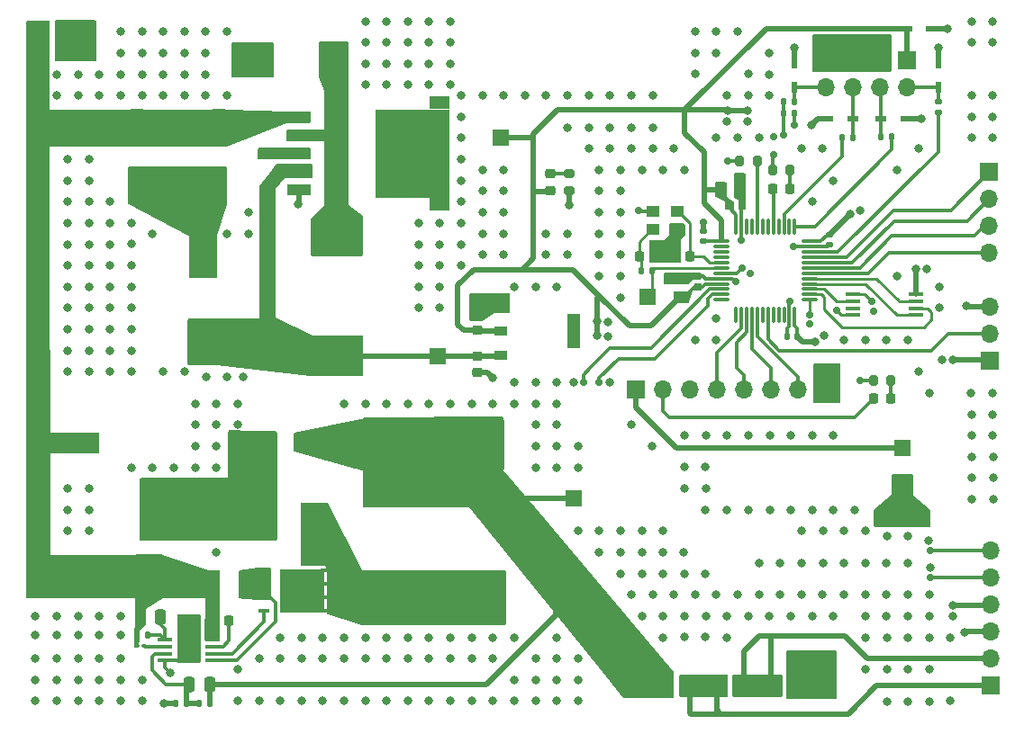
<source format=gbr>
%TF.GenerationSoftware,KiCad,Pcbnew,(6.0.8)*%
%TF.CreationDate,2022-12-06T21:08:53-08:00*%
%TF.ProjectId,motor_controller,6d6f746f-725f-4636-9f6e-74726f6c6c65,B1 (HULA) v0.2*%
%TF.SameCoordinates,Original*%
%TF.FileFunction,Copper,L1,Top*%
%TF.FilePolarity,Positive*%
%FSLAX46Y46*%
G04 Gerber Fmt 4.6, Leading zero omitted, Abs format (unit mm)*
G04 Created by KiCad (PCBNEW (6.0.8)) date 2022-12-06 21:08:53*
%MOMM*%
%LPD*%
G01*
G04 APERTURE LIST*
G04 Aperture macros list*
%AMRoundRect*
0 Rectangle with rounded corners*
0 $1 Rounding radius*
0 $2 $3 $4 $5 $6 $7 $8 $9 X,Y pos of 4 corners*
0 Add a 4 corners polygon primitive as box body*
4,1,4,$2,$3,$4,$5,$6,$7,$8,$9,$2,$3,0*
0 Add four circle primitives for the rounded corners*
1,1,$1+$1,$2,$3*
1,1,$1+$1,$4,$5*
1,1,$1+$1,$6,$7*
1,1,$1+$1,$8,$9*
0 Add four rect primitives between the rounded corners*
20,1,$1+$1,$2,$3,$4,$5,0*
20,1,$1+$1,$4,$5,$6,$7,0*
20,1,$1+$1,$6,$7,$8,$9,0*
20,1,$1+$1,$8,$9,$2,$3,0*%
G04 Aperture macros list end*
%TA.AperFunction,EtchedComponent*%
%ADD10C,0.100000*%
%TD*%
%TA.AperFunction,SMDPad,CuDef*%
%ADD11R,1.250000X0.950000*%
%TD*%
%TA.AperFunction,SMDPad,CuDef*%
%ADD12R,1.250000X3.200000*%
%TD*%
%TA.AperFunction,SMDPad,CuDef*%
%ADD13RoundRect,0.225000X-0.225000X-0.250000X0.225000X-0.250000X0.225000X0.250000X-0.225000X0.250000X0*%
%TD*%
%TA.AperFunction,SMDPad,CuDef*%
%ADD14R,1.500000X1.500000*%
%TD*%
%TA.AperFunction,ComponentPad*%
%ADD15R,1.700000X1.700000*%
%TD*%
%TA.AperFunction,ComponentPad*%
%ADD16O,1.700000X1.700000*%
%TD*%
%TA.AperFunction,SMDPad,CuDef*%
%ADD17RoundRect,0.200000X-0.275000X0.200000X-0.275000X-0.200000X0.275000X-0.200000X0.275000X0.200000X0*%
%TD*%
%TA.AperFunction,SMDPad,CuDef*%
%ADD18RoundRect,0.225000X0.225000X0.250000X-0.225000X0.250000X-0.225000X-0.250000X0.225000X-0.250000X0*%
%TD*%
%TA.AperFunction,SMDPad,CuDef*%
%ADD19R,0.500000X1.100000*%
%TD*%
%TA.AperFunction,SMDPad,CuDef*%
%ADD20R,1.300000X1.050000*%
%TD*%
%TA.AperFunction,SMDPad,CuDef*%
%ADD21RoundRect,0.225000X-0.250000X0.225000X-0.250000X-0.225000X0.250000X-0.225000X0.250000X0.225000X0*%
%TD*%
%TA.AperFunction,SMDPad,CuDef*%
%ADD22RoundRect,0.140000X-0.140000X-0.170000X0.140000X-0.170000X0.140000X0.170000X-0.140000X0.170000X0*%
%TD*%
%TA.AperFunction,SMDPad,CuDef*%
%ADD23RoundRect,0.135000X0.135000X0.185000X-0.135000X0.185000X-0.135000X-0.185000X0.135000X-0.185000X0*%
%TD*%
%TA.AperFunction,SMDPad,CuDef*%
%ADD24RoundRect,0.250000X0.312500X1.075000X-0.312500X1.075000X-0.312500X-1.075000X0.312500X-1.075000X0*%
%TD*%
%TA.AperFunction,SMDPad,CuDef*%
%ADD25R,1.425000X0.450000*%
%TD*%
%TA.AperFunction,SMDPad,CuDef*%
%ADD26R,1.880000X2.000000*%
%TD*%
%TA.AperFunction,SMDPad,CuDef*%
%ADD27RoundRect,0.225000X0.250000X-0.225000X0.250000X0.225000X-0.250000X0.225000X-0.250000X-0.225000X0*%
%TD*%
%TA.AperFunction,SMDPad,CuDef*%
%ADD28R,2.500000X3.300000*%
%TD*%
%TA.AperFunction,SMDPad,CuDef*%
%ADD29RoundRect,0.100000X-0.130000X-0.100000X0.130000X-0.100000X0.130000X0.100000X-0.130000X0.100000X0*%
%TD*%
%TA.AperFunction,SMDPad,CuDef*%
%ADD30RoundRect,0.140000X0.140000X0.170000X-0.140000X0.170000X-0.140000X-0.170000X0.140000X-0.170000X0*%
%TD*%
%TA.AperFunction,SMDPad,CuDef*%
%ADD31R,1.016000X0.457200*%
%TD*%
%TA.AperFunction,SMDPad,CuDef*%
%ADD32RoundRect,0.250000X1.000000X-1.750000X1.000000X1.750000X-1.000000X1.750000X-1.000000X-1.750000X0*%
%TD*%
%TA.AperFunction,ComponentPad*%
%ADD33R,1.600000X1.600000*%
%TD*%
%TA.AperFunction,ComponentPad*%
%ADD34C,1.600000*%
%TD*%
%TA.AperFunction,SMDPad,CuDef*%
%ADD35R,1.450000X0.450000*%
%TD*%
%TA.AperFunction,SMDPad,CuDef*%
%ADD36RoundRect,0.250000X0.700000X-1.825000X0.700000X1.825000X-0.700000X1.825000X-0.700000X-1.825000X0*%
%TD*%
%TA.AperFunction,SMDPad,CuDef*%
%ADD37RoundRect,0.200000X0.200000X0.275000X-0.200000X0.275000X-0.200000X-0.275000X0.200000X-0.275000X0*%
%TD*%
%TA.AperFunction,SMDPad,CuDef*%
%ADD38RoundRect,0.135000X0.185000X-0.135000X0.185000X0.135000X-0.185000X0.135000X-0.185000X-0.135000X0*%
%TD*%
%TA.AperFunction,SMDPad,CuDef*%
%ADD39RoundRect,0.140000X-0.170000X0.140000X-0.170000X-0.140000X0.170000X-0.140000X0.170000X0.140000X0*%
%TD*%
%TA.AperFunction,SMDPad,CuDef*%
%ADD40RoundRect,0.218750X0.218750X0.256250X-0.218750X0.256250X-0.218750X-0.256250X0.218750X-0.256250X0*%
%TD*%
%TA.AperFunction,SMDPad,CuDef*%
%ADD41RoundRect,0.250000X1.500000X0.550000X-1.500000X0.550000X-1.500000X-0.550000X1.500000X-0.550000X0*%
%TD*%
%TA.AperFunction,SMDPad,CuDef*%
%ADD42R,2.160000X1.020000*%
%TD*%
%TA.AperFunction,SMDPad,CuDef*%
%ADD43R,6.990000X8.330000*%
%TD*%
%TA.AperFunction,SMDPad,CuDef*%
%ADD44R,1.910000X1.235000*%
%TD*%
%TA.AperFunction,SMDPad,CuDef*%
%ADD45RoundRect,0.135000X-0.135000X-0.185000X0.135000X-0.185000X0.135000X0.185000X-0.135000X0.185000X0*%
%TD*%
%TA.AperFunction,SMDPad,CuDef*%
%ADD46RoundRect,0.250000X-0.550000X1.500000X-0.550000X-1.500000X0.550000X-1.500000X0.550000X1.500000X0*%
%TD*%
%TA.AperFunction,SMDPad,CuDef*%
%ADD47R,1.100000X0.500000*%
%TD*%
%TA.AperFunction,SMDPad,CuDef*%
%ADD48R,13.100000X4.600000*%
%TD*%
%TA.AperFunction,SMDPad,CuDef*%
%ADD49R,13.050000X4.550000*%
%TD*%
%TA.AperFunction,SMDPad,CuDef*%
%ADD50RoundRect,0.250000X-0.250000X-0.475000X0.250000X-0.475000X0.250000X0.475000X-0.250000X0.475000X0*%
%TD*%
%TA.AperFunction,SMDPad,CuDef*%
%ADD51RoundRect,0.075000X-0.662500X-0.075000X0.662500X-0.075000X0.662500X0.075000X-0.662500X0.075000X0*%
%TD*%
%TA.AperFunction,SMDPad,CuDef*%
%ADD52RoundRect,0.075000X-0.075000X-0.662500X0.075000X-0.662500X0.075000X0.662500X-0.075000X0.662500X0*%
%TD*%
%TA.AperFunction,SMDPad,CuDef*%
%ADD53RoundRect,0.140000X0.170000X-0.140000X0.170000X0.140000X-0.170000X0.140000X-0.170000X-0.140000X0*%
%TD*%
%TA.AperFunction,SMDPad,CuDef*%
%ADD54RoundRect,0.200000X-0.200000X-0.275000X0.200000X-0.275000X0.200000X0.275000X-0.200000X0.275000X0*%
%TD*%
%TA.AperFunction,SMDPad,CuDef*%
%ADD55RoundRect,0.250000X0.250000X0.475000X-0.250000X0.475000X-0.250000X-0.475000X0.250000X-0.475000X0*%
%TD*%
%TA.AperFunction,SMDPad,CuDef*%
%ADD56RoundRect,0.218750X-0.256250X0.218750X-0.256250X-0.218750X0.256250X-0.218750X0.256250X0.218750X0*%
%TD*%
%TA.AperFunction,SMDPad,CuDef*%
%ADD57R,4.650000X3.450000*%
%TD*%
%TA.AperFunction,SMDPad,CuDef*%
%ADD58R,4.750000X3.450000*%
%TD*%
%TA.AperFunction,ViaPad*%
%ADD59C,0.800000*%
%TD*%
%TA.AperFunction,ViaPad*%
%ADD60C,0.700000*%
%TD*%
%TA.AperFunction,Conductor*%
%ADD61C,0.300000*%
%TD*%
%TA.AperFunction,Conductor*%
%ADD62C,0.500000*%
%TD*%
%TA.AperFunction,Conductor*%
%ADD63C,0.293370*%
%TD*%
G04 APERTURE END LIST*
%TO.C,MOSFET301*%
G36*
X106016200Y-109593900D02*
G01*
X101977600Y-109593900D01*
X101977600Y-105606100D01*
X106016200Y-105606100D01*
X106016200Y-109593900D01*
G37*
D10*
X106016200Y-109593900D02*
X101977600Y-109593900D01*
X101977600Y-105606100D01*
X106016200Y-105606100D01*
X106016200Y-109593900D01*
%TD*%
D11*
%TO.P,IC402,1,ADJUST/GROUND*%
%TO.N,GND*%
X122752000Y-80850000D03*
%TO.P,IC402,2,OUTPUT_1*%
%TO.N,+3V3*%
X122752000Y-83150000D03*
%TO.P,IC402,3,INPUT*%
%TO.N,SWITCH_OUT_5V*%
X122752000Y-85450000D03*
D12*
%TO.P,IC402,4,OUTPUT_2*%
%TO.N,unconnected-(IC402-Pad4)*%
X129552000Y-83150000D03*
%TD*%
D13*
%TO.P,C101,1*%
%TO.N,+3V3*%
X143525000Y-69850000D03*
%TO.P,C101,2*%
%TO.N,GND*%
X145075000Y-69850000D03*
%TD*%
D14*
%TO.P,TP202,1,1*%
%TO.N,+12V*%
X129600000Y-98900000D03*
%TD*%
D15*
%TO.P,J501,1,Pin_1*%
%TO.N,/(5) Motor Driver/VM*%
X135440000Y-88640000D03*
D16*
%TO.P,J501,2,Pin_2*%
%TO.N,ACTUATOR_POWER_FLAG*%
X137980000Y-88640000D03*
%TO.P,J501,3,Pin_3*%
%TO.N,unconnected-(J501-Pad3)*%
X140520000Y-88640000D03*
%TO.P,J501,4,Pin_4*%
%TO.N,~{FLT}*%
X143060000Y-88640000D03*
%TO.P,J501,5,Pin_5*%
%TO.N,~{SLP}*%
X145600000Y-88640000D03*
%TO.P,J501,6,Pin_6*%
%TO.N,PWM*%
X148140000Y-88640000D03*
%TO.P,J501,7,Pin_7*%
%TO.N,DIR*%
X150680000Y-88640000D03*
%TO.P,J501,8,Pin_8*%
%TO.N,GND*%
X153220000Y-88640000D03*
%TD*%
D17*
%TO.P,R202,1*%
%TO.N,Net-(D202-Pad1)*%
X129175000Y-68350000D03*
%TO.P,R202,2*%
%TO.N,GND*%
X129175000Y-70000000D03*
%TD*%
D18*
%TO.P,C108,1*%
%TO.N,HSE_IN*%
X140525000Y-76150000D03*
%TO.P,C108,2*%
%TO.N,GND*%
X138975000Y-76150000D03*
%TD*%
D19*
%TO.P,D604,1,A1*%
%TO.N,GND*%
X150300000Y-57900000D03*
%TO.P,D604,2,A2*%
%TO.N,/(6) Peripherals/RST*%
X150300000Y-60200000D03*
%TD*%
D20*
%TO.P,Y101,1,1*%
%TO.N,HSE_IN*%
X139300000Y-71875000D03*
%TO.P,Y101,2,2*%
%TO.N,GND*%
X137000000Y-71875000D03*
%TO.P,Y101,3,3*%
%TO.N,/XTAL_OUT*%
X137000000Y-73625000D03*
%TO.P,Y101,4,4*%
%TO.N,GND*%
X139300000Y-73625000D03*
%TD*%
D21*
%TO.P,C401,1*%
%TO.N,SWITCH_OUT_5V*%
X120502000Y-85525000D03*
%TO.P,C401,2*%
%TO.N,GND*%
X120502000Y-87075000D03*
%TD*%
D22*
%TO.P,C105,1*%
%TO.N,+3V3*%
X144370000Y-71325000D03*
%TO.P,C105,2*%
%TO.N,GND*%
X145330000Y-71325000D03*
%TD*%
D23*
%TO.P,R603,1*%
%TO.N,/(6) Peripherals/RST*%
X150310000Y-61600000D03*
%TO.P,R603,2*%
%TO.N,NRST*%
X149290000Y-61600000D03*
%TD*%
D24*
%TO.P,R302,1*%
%TO.N,/(2) Power Supply/(3) Actuator Regulator/ISEN*%
X98662500Y-107000000D03*
%TO.P,R302,2*%
%TO.N,/(2) Power Supply/POWER_BUS*%
X95737500Y-107000000D03*
%TD*%
D23*
%TO.P,R604,1*%
%TO.N,/(6) Peripherals/SWO*%
X155810000Y-64950000D03*
%TO.P,R604,2*%
%TO.N,SYS_JTDO-TRACESWO*%
X154790000Y-64950000D03*
%TD*%
D25*
%TO.P,IC301,1,ADJ*%
%TO.N,/(2) Power Supply/(3) Actuator Regulator/ADJ*%
X91188000Y-112225000D03*
%TO.P,IC301,2,RT*%
%TO.N,/(2) Power Supply/(3) Actuator Regulator/RT*%
X91188000Y-112875000D03*
%TO.P,IC301,3,FB*%
%TO.N,/(2) Power Supply/(3) Actuator Regulator/FB*%
X91188000Y-113525000D03*
%TO.P,IC301,4,GND*%
%TO.N,GND*%
X91188000Y-114175000D03*
%TO.P,IC301,5,ISEN*%
%TO.N,/(2) Power Supply/(3) Actuator Regulator/ISEN*%
X95612000Y-114175000D03*
%TO.P,IC301,6,PGATE*%
%TO.N,/(2) Power Supply/(3) Actuator Regulator/PGATE*%
X95612000Y-113525000D03*
%TO.P,IC301,7,VCC*%
%TO.N,/(2) Power Supply/(3) Actuator Regulator/VCC*%
X95612000Y-112875000D03*
%TO.P,IC301,8,VIN*%
%TO.N,/(2) Power Supply/POWER_BUS*%
X95612000Y-112225000D03*
D26*
%TO.P,IC301,9,EP*%
%TO.N,GND*%
X93400000Y-113200000D03*
%TD*%
D14*
%TO.P,TP201,1,1*%
%TO.N,/(2) Power Supply/POWER_BUS*%
X83900000Y-93700000D03*
%TD*%
D27*
%TO.P,C402,1*%
%TO.N,+3V3*%
X120502000Y-83075000D03*
%TO.P,C402,2*%
%TO.N,GND*%
X120502000Y-81525000D03*
%TD*%
D19*
%TO.P,D602,1,A1*%
%TO.N,GND*%
X163850000Y-57900000D03*
%TO.P,D602,2,A2*%
%TO.N,/(6) Peripherals/DIO*%
X163850000Y-60200000D03*
%TD*%
D28*
%TO.P,D401,1,K*%
%TO.N,/(2) Power Supply/(4) Logic Regulator/OUTPUT_SW*%
X106900000Y-57650000D03*
%TO.P,D401,2,A*%
%TO.N,GND*%
X100100000Y-57650000D03*
%TD*%
D15*
%TO.P,J201,1,Pin_1*%
%TO.N,/(2) Power Supply/POWER_BUS*%
X79350000Y-55175000D03*
D16*
%TO.P,J201,2,Pin_2*%
%TO.N,GND*%
X81890000Y-55175000D03*
%TD*%
D29*
%TO.P,R303,1*%
%TO.N,/(2) Power Supply/POWER_BUS*%
X88530000Y-112800000D03*
%TO.P,R303,2*%
%TO.N,/(2) Power Supply/(3) Actuator Regulator/RT*%
X89170000Y-112800000D03*
%TD*%
D23*
%TO.P,R103,1*%
%TO.N,HSE_OUT*%
X136960000Y-77500000D03*
%TO.P,R103,2*%
%TO.N,/XTAL_OUT*%
X135940000Y-77500000D03*
%TD*%
D14*
%TO.P,TP203,1,1*%
%TO.N,+3V3*%
X122700000Y-65000000D03*
%TD*%
D15*
%TO.P,J601,1,Pin_1*%
%TO.N,CAN_TX*%
X168625000Y-68200000D03*
D16*
%TO.P,J601,2,Pin_2*%
%TO.N,CAN_RX*%
X168625000Y-70740000D03*
%TO.P,J601,3,Pin_3*%
%TO.N,I2C_SDA*%
X168625000Y-73280000D03*
%TO.P,J601,4,Pin_4*%
%TO.N,I2C_SCL*%
X168625000Y-75820000D03*
%TD*%
D30*
%TO.P,C103,1*%
%TO.N,+3V3*%
X150605000Y-83650000D03*
%TO.P,C103,2*%
%TO.N,GND*%
X149645000Y-83650000D03*
%TD*%
D23*
%TO.P,R305,1*%
%TO.N,/(2) Power Supply/(3) Actuator Regulator/FB*%
X93200000Y-118200000D03*
%TO.P,R305,2*%
%TO.N,GND*%
X92180000Y-118200000D03*
%TD*%
D31*
%TO.P,MOSFET301,1,1*%
%TO.N,/(2) Power Supply/(3) Actuator Regulator/ISEN*%
X100479000Y-105695000D03*
%TO.P,MOSFET301,2,2*%
X100479000Y-106965000D03*
%TO.P,MOSFET301,3,3*%
X100479000Y-108235000D03*
%TO.P,MOSFET301,4,4*%
%TO.N,/(2) Power Supply/(3) Actuator Regulator/PGATE*%
X100479000Y-109505000D03*
%TO.P,MOSFET301,5,5*%
%TO.N,/(2) Power Supply/(3) Actuator Regulator/MOSFETT_OUT*%
X106321000Y-109505000D03*
%TO.P,MOSFET301,6,6*%
X106321000Y-108235000D03*
%TO.P,MOSFET301,7,7*%
X106321000Y-106965000D03*
%TO.P,MOSFET301,8,8*%
X106321000Y-105695000D03*
%TD*%
D32*
%TO.P,C405,1*%
%TO.N,SWITCH_OUT_5V*%
X94750000Y-84150000D03*
%TO.P,C405,2*%
%TO.N,GND*%
X94750000Y-76150000D03*
%TD*%
D23*
%TO.P,R602,1*%
%TO.N,SYS_JTCK-SWCLK*%
X159510000Y-64900000D03*
%TO.P,R602,2*%
%TO.N,/(6) Peripherals/SCLK*%
X158490000Y-64900000D03*
%TD*%
D33*
%TO.P,C501,1*%
%TO.N,/(5) Motor Driver/VM*%
X160500000Y-94147349D03*
D34*
%TO.P,C501,2*%
%TO.N,GND*%
X160500000Y-97647349D03*
%TD*%
D35*
%TO.P,IC601,1,~{CS}*%
%TO.N,SRAM_~{CS}*%
X155875000Y-79725000D03*
%TO.P,IC601,2,SO*%
%TO.N,SRAM_SPI_MIS0*%
X155875000Y-80375000D03*
%TO.P,IC601,3,NC*%
%TO.N,unconnected-(IC601-Pad3)*%
X155875000Y-81025000D03*
%TO.P,IC601,4,VSS*%
%TO.N,GND*%
X155875000Y-81675000D03*
%TO.P,IC601,5,SI*%
%TO.N,SRAM_SPI_MOSI*%
X161725000Y-81675000D03*
%TO.P,IC601,6,SCK*%
%TO.N,SRAM_SPI_SCK*%
X161725000Y-81025000D03*
%TO.P,IC601,7,~{HOLD}*%
%TO.N,SRAM_~{HOLD}*%
X161725000Y-80375000D03*
%TO.P,IC601,8,VCC*%
%TO.N,+3V3*%
X161725000Y-79725000D03*
%TD*%
D15*
%TO.P,J603,1,Pin_1*%
%TO.N,+3V3*%
X160890000Y-57650000D03*
D16*
%TO.P,J603,2,Pin_2*%
%TO.N,/(6) Peripherals/DIO*%
X160890000Y-60190000D03*
%TO.P,J603,3,Pin_3*%
%TO.N,GND*%
X158350000Y-57650000D03*
%TO.P,J603,4,Pin_4*%
%TO.N,/(6) Peripherals/SCLK*%
X158350000Y-60190000D03*
%TO.P,J603,5,Pin_5*%
%TO.N,GND*%
X155810000Y-57650000D03*
%TO.P,J603,6,Pin_6*%
%TO.N,/(6) Peripherals/SWO*%
X155810000Y-60190000D03*
%TO.P,J603,7,Pin_7*%
%TO.N,GND*%
X153270000Y-57650000D03*
%TO.P,J603,8,Pin_8*%
%TO.N,/(6) Peripherals/RST*%
X153270000Y-60190000D03*
%TD*%
D36*
%TO.P,C303,1*%
%TO.N,/(2) Power Supply/POWER_BUS*%
X90000000Y-106275000D03*
%TO.P,C303,2*%
%TO.N,GND*%
X90000000Y-99325000D03*
%TD*%
D37*
%TO.P,R102,1*%
%TO.N,Net-(D101-Pad1)*%
X149950000Y-68000000D03*
%TO.P,R102,2*%
%TO.N,GND*%
X148300000Y-68000000D03*
%TD*%
D38*
%TO.P,R601,1*%
%TO.N,SYS_JTMS-SWDIO*%
X163850000Y-62610000D03*
%TO.P,R601,2*%
%TO.N,/(6) Peripherals/DIO*%
X163850000Y-61590000D03*
%TD*%
D39*
%TO.P,C104,1*%
%TO.N,+3V3*%
X153605000Y-74120000D03*
%TO.P,C104,2*%
%TO.N,GND*%
X153605000Y-75080000D03*
%TD*%
D40*
%TO.P,D201,1,K*%
%TO.N,Net-(D201-Pad1)*%
X159387500Y-89500000D03*
%TO.P,D201,2,A*%
%TO.N,ACTUATOR_POWER_FLAG*%
X157812500Y-89500000D03*
%TD*%
D41*
%TO.P,C305,1*%
%TO.N,+12V*%
X105100000Y-93600000D03*
%TO.P,C305,2*%
%TO.N,GND*%
X99700000Y-93600000D03*
%TD*%
D13*
%TO.P,C109,1*%
%TO.N,/XTAL_OUT*%
X135775000Y-76150000D03*
%TO.P,C109,2*%
%TO.N,GND*%
X137325000Y-76150000D03*
%TD*%
%TO.P,C302,1*%
%TO.N,/(2) Power Supply/POWER_BUS*%
X95625000Y-110400000D03*
%TO.P,C302,2*%
%TO.N,/(2) Power Supply/(3) Actuator Regulator/VCC*%
X97175000Y-110400000D03*
%TD*%
D42*
%TO.P,IC401,1,VIN*%
%TO.N,/(2) Power Supply/POWER_BUS*%
X103725000Y-63050000D03*
%TO.P,IC401,2,OUTPUT*%
%TO.N,/(2) Power Supply/(4) Logic Regulator/OUTPUT_SW*%
X103725000Y-64750000D03*
%TO.P,IC401,3,GND*%
%TO.N,GND*%
X103725000Y-66450000D03*
%TO.P,IC401,4,FEED_BACK*%
%TO.N,SWITCH_OUT_5V*%
X103725000Y-68150000D03*
%TO.P,IC401,5,~{ON_}/_OFF*%
%TO.N,GND*%
X103725000Y-69850000D03*
D43*
%TO.P,IC401,6,TAB_(GND)*%
%TO.N,unconnected-(IC401-Pad6)*%
X114400000Y-66450000D03*
D44*
%TO.P,IC401,7*%
%TO.N,N/C*%
X116940000Y-71232500D03*
%TO.P,IC401,8*%
X116940000Y-61667500D03*
%TD*%
D27*
%TO.P,C106,1*%
%TO.N,+3V3*%
X139700000Y-79850000D03*
%TO.P,C106,2*%
%TO.N,GND*%
X139700000Y-78300000D03*
%TD*%
D45*
%TO.P,C601,1*%
%TO.N,NRST*%
X149290000Y-62700000D03*
%TO.P,C601,2*%
%TO.N,GND*%
X150310000Y-62700000D03*
%TD*%
D46*
%TO.P,C403,1*%
%TO.N,/(2) Power Supply/POWER_BUS*%
X96200000Y-64050000D03*
%TO.P,C403,2*%
%TO.N,GND*%
X96200000Y-69450000D03*
%TD*%
D47*
%TO.P,D605,1,A1*%
%TO.N,GND*%
X153500000Y-63150000D03*
%TO.P,D605,2,A2*%
%TO.N,/(6) Peripherals/SWO*%
X155800000Y-63150000D03*
%TD*%
D23*
%TO.P,R304,1*%
%TO.N,+12V*%
X95400000Y-118200000D03*
%TO.P,R304,2*%
%TO.N,/(2) Power Supply/(3) Actuator Regulator/FB*%
X94380000Y-118200000D03*
%TD*%
D47*
%TO.P,D603,1,A1*%
%TO.N,GND*%
X163200000Y-54700000D03*
%TO.P,D603,2,A2*%
%TO.N,+3V3*%
X160900000Y-54700000D03*
%TD*%
D48*
%TO.P,L301,1*%
%TO.N,/(2) Power Supply/(3) Actuator Regulator/MOSFETT_OUT*%
X116500000Y-108200000D03*
D49*
%TO.P,L301,2*%
%TO.N,+12V*%
X116475000Y-93825000D03*
%TD*%
D15*
%TO.P,J502,1,Pin_1*%
%TO.N,+12V*%
X135440000Y-116560000D03*
D16*
%TO.P,J502,2,Pin_2*%
X137980000Y-116560000D03*
%TO.P,J502,3,Pin_3*%
%TO.N,PWR_MOTOR_P*%
X140520000Y-116560000D03*
%TO.P,J502,4,Pin_4*%
X143060000Y-116560000D03*
%TO.P,J502,5,Pin_5*%
%TO.N,PWR_MOTOR_N*%
X145600000Y-116560000D03*
%TO.P,J502,6,Pin_6*%
X148140000Y-116560000D03*
%TO.P,J502,7,Pin_7*%
%TO.N,GND*%
X150680000Y-116560000D03*
%TO.P,J502,8,Pin_8*%
X153220000Y-116560000D03*
%TD*%
D50*
%TO.P,C301,1*%
%TO.N,/(2) Power Supply/POWER_BUS*%
X88850000Y-110100000D03*
%TO.P,C301,2*%
%TO.N,/(2) Power Supply/(3) Actuator Regulator/ADJ*%
X90750000Y-110100000D03*
%TD*%
D51*
%TO.P,U101,1,VBAT*%
%TO.N,+3V3*%
X143450900Y-74728400D03*
%TO.P,U101,2,PC13*%
%TO.N,unconnected-(U101-Pad2)*%
X143450900Y-75228400D03*
%TO.P,U101,3,PC14*%
%TO.N,unconnected-(U101-Pad3)*%
X143450900Y-75728400D03*
%TO.P,U101,4,PC15*%
%TO.N,unconnected-(U101-Pad4)*%
X143450900Y-76228400D03*
%TO.P,U101,5,PF0*%
%TO.N,HSE_IN*%
X143450900Y-76728400D03*
%TO.P,U101,6,PF1*%
%TO.N,HSE_OUT*%
X143450900Y-77228400D03*
%TO.P,U101,7,NRST*%
%TO.N,NRST*%
X143450900Y-77728400D03*
%TO.P,U101,8,VSSA*%
%TO.N,GND*%
X143450900Y-78228400D03*
%TO.P,U101,9,VDDA*%
%TO.N,+3V3*%
X143450900Y-78728400D03*
%TO.P,U101,10,PA0*%
%TO.N,ENC_A*%
X143450900Y-79228400D03*
%TO.P,U101,11,PA1*%
%TO.N,ENC_B*%
X143450900Y-79728400D03*
%TO.P,U101,12,PA2*%
%TO.N,unconnected-(U101-Pad12)*%
X143450900Y-80228400D03*
D52*
%TO.P,U101,13,PA3*%
%TO.N,unconnected-(U101-Pad13)*%
X144863400Y-81640900D03*
%TO.P,U101,14,PA4*%
%TO.N,~{FLT}*%
X145363400Y-81640900D03*
%TO.P,U101,15,PA5*%
%TO.N,~{SLP}*%
X145863400Y-81640900D03*
%TO.P,U101,16,PA6*%
%TO.N,PWM*%
X146363400Y-81640900D03*
%TO.P,U101,17,PA7*%
%TO.N,DIR*%
X146863400Y-81640900D03*
%TO.P,U101,18,PB0*%
%TO.N,unconnected-(U101-Pad18)*%
X147363400Y-81640900D03*
%TO.P,U101,19,PB1*%
%TO.N,SW_LIMIT*%
X147863400Y-81640900D03*
%TO.P,U101,20,PB2*%
%TO.N,unconnected-(U101-Pad20)*%
X148363400Y-81640900D03*
%TO.P,U101,21,PB10*%
%TO.N,unconnected-(U101-Pad21)*%
X148863400Y-81640900D03*
%TO.P,U101,22,PB11*%
%TO.N,unconnected-(U101-Pad22)*%
X149363400Y-81640900D03*
%TO.P,U101,23,VSS*%
%TO.N,GND*%
X149863400Y-81640900D03*
%TO.P,U101,24,VDD*%
%TO.N,+3V3*%
X150363400Y-81640900D03*
D51*
%TO.P,U101,25,PB12*%
%TO.N,SRAM_~{CS}*%
X151775900Y-80228400D03*
%TO.P,U101,26,PB13*%
%TO.N,SRAM_SPI_SCK*%
X151775900Y-79728400D03*
%TO.P,U101,27,PB14*%
%TO.N,SRAM_SPI_MIS0*%
X151775900Y-79228400D03*
%TO.P,U101,28,PB15*%
%TO.N,SRAM_SPI_MOSI*%
X151775900Y-78728400D03*
%TO.P,U101,29,PA8*%
%TO.N,SRAM_~{HOLD}*%
X151775900Y-78228400D03*
%TO.P,U101,30,PA9*%
%TO.N,I2C_SCL*%
X151775900Y-77728400D03*
%TO.P,U101,31,PA10*%
%TO.N,I2C_SDA*%
X151775900Y-77228400D03*
%TO.P,U101,32,PA11*%
%TO.N,CAN_RX*%
X151775900Y-76728400D03*
%TO.P,U101,33,PA12*%
%TO.N,CAN_TX*%
X151775900Y-76228400D03*
%TO.P,U101,34,PA13*%
%TO.N,SYS_JTMS-SWDIO*%
X151775900Y-75728400D03*
%TO.P,U101,35,VSS*%
%TO.N,GND*%
X151775900Y-75228400D03*
%TO.P,U101,36,VDD*%
%TO.N,+3V3*%
X151775900Y-74728400D03*
D52*
%TO.P,U101,37,PA14*%
%TO.N,SYS_JTCK-SWCLK*%
X150363400Y-73315900D03*
%TO.P,U101,38,PA15*%
%TO.N,unconnected-(U101-Pad38)*%
X149863400Y-73315900D03*
%TO.P,U101,39,PB3*%
%TO.N,SYS_JTDO-TRACESWO*%
X149363400Y-73315900D03*
%TO.P,U101,40,PB4*%
%TO.N,unconnected-(U101-Pad40)*%
X148863400Y-73315900D03*
%TO.P,U101,41,PB5*%
%TO.N,/LED_STAT*%
X148363400Y-73315900D03*
%TO.P,U101,42,PB6*%
%TO.N,unconnected-(U101-Pad42)*%
X147863400Y-73315900D03*
%TO.P,U101,43,PB7*%
%TO.N,unconnected-(U101-Pad43)*%
X147363400Y-73315900D03*
%TO.P,U101,44,BOOT0*%
%TO.N,/BOOT0*%
X146863400Y-73315900D03*
%TO.P,U101,45,PB8*%
%TO.N,unconnected-(U101-Pad45)*%
X146363400Y-73315900D03*
%TO.P,U101,46,PB9*%
%TO.N,unconnected-(U101-Pad46)*%
X145863400Y-73315900D03*
%TO.P,U101,47,VSS*%
%TO.N,GND*%
X145363400Y-73315900D03*
%TO.P,U101,48,VDD*%
%TO.N,+3V3*%
X144863400Y-73315900D03*
%TD*%
D14*
%TO.P,TP401,1,1*%
%TO.N,SWITCH_OUT_5V*%
X116800000Y-85500000D03*
%TD*%
D53*
%TO.P,C102,1*%
%TO.N,+3V3*%
X141769800Y-74732700D03*
%TO.P,C102,2*%
%TO.N,GND*%
X141769800Y-73772700D03*
%TD*%
D54*
%TO.P,R101,1*%
%TO.N,GND*%
X145175000Y-67200000D03*
%TO.P,R101,2*%
%TO.N,/BOOT0*%
X146825000Y-67200000D03*
%TD*%
D45*
%TO.P,R301,1*%
%TO.N,/(2) Power Supply/POWER_BUS*%
X88540000Y-111800000D03*
%TO.P,R301,2*%
%TO.N,/(2) Power Supply/(3) Actuator Regulator/ADJ*%
X89560000Y-111800000D03*
%TD*%
D55*
%TO.P,C304,1*%
%TO.N,+12V*%
X95350000Y-116400000D03*
%TO.P,C304,2*%
%TO.N,/(2) Power Supply/(3) Actuator Regulator/FB*%
X93450000Y-116400000D03*
%TD*%
D53*
%TO.P,C107,1*%
%TO.N,+3V3*%
X141225000Y-78980000D03*
%TO.P,C107,2*%
%TO.N,GND*%
X141225000Y-78020000D03*
%TD*%
D47*
%TO.P,D601,1,A1*%
%TO.N,GND*%
X160800000Y-63150000D03*
%TO.P,D601,2,A2*%
%TO.N,/(6) Peripherals/SCLK*%
X158500000Y-63150000D03*
%TD*%
D15*
%TO.P,J503,1,Pin_1*%
%TO.N,PWR_MOTOR_P*%
X168800000Y-116550000D03*
D16*
%TO.P,J503,2,Pin_2*%
%TO.N,PWR_MOTOR_N*%
X168800000Y-114010000D03*
%TO.P,J503,3,Pin_3*%
%TO.N,GND*%
X168800000Y-111470000D03*
%TO.P,J503,4,Pin_4*%
%TO.N,+3V3*%
X168800000Y-108930000D03*
%TO.P,J503,5,Pin_5*%
%TO.N,ENC_A*%
X168800000Y-106390000D03*
%TO.P,J503,6,Pin_6*%
%TO.N,ENC_B*%
X168800000Y-103850000D03*
%TD*%
D56*
%TO.P,D202,1,K*%
%TO.N,Net-(D202-Pad1)*%
X127425000Y-68387500D03*
%TO.P,D202,2,A*%
%TO.N,+3V3*%
X127425000Y-69962500D03*
%TD*%
D40*
%TO.P,D101,1,K*%
%TO.N,Net-(D101-Pad1)*%
X149900000Y-69754275D03*
%TO.P,D101,2,A*%
%TO.N,/LED_STAT*%
X148325000Y-69754275D03*
%TD*%
D46*
%TO.P,C404,1*%
%TO.N,/(2) Power Supply/POWER_BUS*%
X88500000Y-64050000D03*
%TO.P,C404,2*%
%TO.N,GND*%
X88500000Y-69450000D03*
%TD*%
D14*
%TO.P,TP101,1,1*%
%TO.N,HSE_OUT*%
X136500000Y-79950000D03*
%TD*%
D54*
%TO.P,R201,1*%
%TO.N,GND*%
X157775000Y-87800000D03*
%TO.P,R201,2*%
%TO.N,Net-(D201-Pad1)*%
X159425000Y-87800000D03*
%TD*%
D57*
%TO.P,L401,1*%
%TO.N,SWITCH_OUT_5V*%
X107375000Y-85525000D03*
D58*
%TO.P,L401,2*%
%TO.N,/(2) Power Supply/(4) Logic Regulator/OUTPUT_SW*%
X107375000Y-74275000D03*
%TD*%
D28*
%TO.P,D301,1,K*%
%TO.N,/(2) Power Supply/(3) Actuator Regulator/MOSFETT_OUT*%
X105200000Y-101000000D03*
%TO.P,D301,2,A*%
%TO.N,GND*%
X98400000Y-101000000D03*
%TD*%
D15*
%TO.P,J602,1,Pin_1*%
%TO.N,+3V3*%
X168675000Y-85925000D03*
D16*
%TO.P,J602,2,Pin_2*%
%TO.N,SW_LIMIT*%
X168675000Y-83385000D03*
%TO.P,J602,3,Pin_3*%
%TO.N,GND*%
X168675000Y-80845000D03*
%TD*%
D59*
%TO.N,GND*%
X110000000Y-114000000D03*
X115000000Y-73019721D03*
X168981284Y-89018716D03*
X100000000Y-118000000D03*
X136000000Y-68000000D03*
X146000000Y-61000000D03*
X146990089Y-107993862D03*
X169018716Y-94981284D03*
X157000000Y-102000000D03*
X85000000Y-111800000D03*
X125000000Y-61000000D03*
X86000000Y-77000000D03*
X134000000Y-106000000D03*
X115000000Y-79019721D03*
X148983247Y-107993862D03*
X112000000Y-90000000D03*
X155000000Y-108000000D03*
D60*
X148421781Y-64894516D03*
D59*
X116000000Y-60000000D03*
X96000000Y-94000000D03*
X84019721Y-85000000D03*
X128000000Y-90000000D03*
X134000000Y-104000000D03*
X151900000Y-114100000D03*
X117000000Y-73019721D03*
X98000000Y-58700000D03*
X139989032Y-97968154D03*
X112000000Y-56019721D03*
X87000000Y-57000000D03*
X91000000Y-55000000D03*
X87000000Y-116000000D03*
X81000000Y-110000000D03*
X100500000Y-66500000D03*
X169018716Y-96981284D03*
X88000000Y-81000000D03*
X87000000Y-59000000D03*
X132000000Y-76000000D03*
X145895598Y-63424070D03*
X152700000Y-86700000D03*
X124000000Y-90000000D03*
X150976404Y-107993862D03*
X123000000Y-71980279D03*
X84000000Y-75000000D03*
X127000000Y-74019721D03*
D60*
X144100000Y-67200000D03*
D59*
X155750000Y-55750000D03*
X81000000Y-61000000D03*
X150996931Y-65981284D03*
X98000000Y-92000000D03*
X148000000Y-110000000D03*
X84100000Y-56000000D03*
X116000000Y-114000000D03*
X108000000Y-112000000D03*
X152000000Y-71000000D03*
X87000000Y-118000000D03*
X97000000Y-87500000D03*
X133000000Y-66000000D03*
X120000000Y-90000000D03*
D60*
X138525000Y-78275000D03*
D59*
X153018716Y-105018716D03*
X112000000Y-54000000D03*
X130000000Y-118000000D03*
X128000000Y-94000000D03*
X110000000Y-54000000D03*
X157018716Y-105018716D03*
X141000000Y-108000000D03*
X106000000Y-118000000D03*
X82019721Y-81000000D03*
X160998339Y-107993862D03*
X132774070Y-82304402D03*
X127000000Y-76000000D03*
X161018716Y-118018716D03*
X167018716Y-98981284D03*
X121000000Y-61000000D03*
X142000000Y-110000000D03*
X141968154Y-99989384D03*
X117000000Y-79019721D03*
X162749070Y-77354402D03*
X86019721Y-83000000D03*
X140989384Y-54997484D03*
X93000000Y-55000000D03*
X147988831Y-56981284D03*
X126000000Y-118000000D03*
X121000000Y-68019721D03*
X116000000Y-118000000D03*
X122000000Y-112000000D03*
X124000000Y-118000000D03*
X120300000Y-80200000D03*
X123000000Y-61000000D03*
X94000000Y-92000000D03*
X121000000Y-71980279D03*
D60*
X135674100Y-71850000D03*
D59*
X169000000Y-63000000D03*
X118000000Y-58000000D03*
X136000000Y-102000000D03*
X154000000Y-100000000D03*
X86019721Y-81000000D03*
X84000000Y-100000000D03*
D60*
X145125000Y-68725000D03*
D59*
X158250000Y-55750000D03*
X92000000Y-102000000D03*
X94000000Y-71200000D03*
X143945725Y-63416107D03*
X93900000Y-110375000D03*
X157000000Y-110000000D03*
X138000000Y-68000000D03*
X129000000Y-74019721D03*
X84000000Y-67000000D03*
X97000000Y-74000000D03*
X92800000Y-110375000D03*
X91019721Y-87000000D03*
X89000000Y-61000000D03*
D60*
X150300000Y-63750000D03*
D59*
X126000000Y-79000000D03*
X164225497Y-85900000D03*
X87000000Y-55000000D03*
X83000000Y-114000000D03*
X91000000Y-61000000D03*
X110000000Y-112000000D03*
D60*
X145350000Y-74600000D03*
D59*
X108000000Y-114000000D03*
X165200000Y-109999503D03*
X141000000Y-84000000D03*
X86019721Y-79000000D03*
X152000000Y-110000000D03*
X152999446Y-65981284D03*
X88000000Y-85000000D03*
X166300000Y-111500000D03*
X88000000Y-83000000D03*
X140018716Y-93018716D03*
X97000000Y-61000000D03*
X81000000Y-59000000D03*
X151000000Y-105000000D03*
X116000000Y-58000000D03*
X102000000Y-118000000D03*
X84100000Y-54800000D03*
X160000000Y-68000000D03*
X128000000Y-118000000D03*
X123000000Y-74000000D03*
X115000000Y-77000000D03*
X102000000Y-112000000D03*
X86000000Y-73000000D03*
X137000000Y-108000000D03*
X83000000Y-59000000D03*
X139943854Y-103979473D03*
D60*
X148400000Y-66600000D03*
D59*
X126000000Y-92000000D03*
X82019721Y-83000000D03*
X96000000Y-104000000D03*
X85000000Y-116000000D03*
X152000000Y-100000000D03*
X132770398Y-83715491D03*
X143997484Y-60984353D03*
D60*
X146142917Y-77745944D03*
D59*
X92000000Y-100000000D03*
X84019721Y-79000000D03*
X122000000Y-87600000D03*
X130000000Y-94000000D03*
X95019721Y-87500000D03*
X134983800Y-91981284D03*
X94000000Y-90000000D03*
X167000000Y-95000000D03*
X161018716Y-115018716D03*
X150018716Y-93018716D03*
X82000000Y-69000000D03*
X144000000Y-112000000D03*
X89000000Y-116000000D03*
X118000000Y-118000000D03*
X134000000Y-68000000D03*
X120000000Y-112000000D03*
X116000000Y-89991488D03*
X84000000Y-71000000D03*
X112000000Y-58000000D03*
X104000000Y-118000000D03*
X115000000Y-81000000D03*
X86000000Y-75000000D03*
X161018716Y-112018716D03*
X117000000Y-75000000D03*
X147983800Y-60984353D03*
X166962568Y-89037432D03*
X160000000Y-100800000D03*
X88000000Y-96000000D03*
X87980279Y-74986899D03*
X90600000Y-71200000D03*
X135000000Y-66000000D03*
X148000000Y-59000000D03*
X93900000Y-73000000D03*
X82000000Y-71000000D03*
X146991900Y-64989384D03*
X142986869Y-64989384D03*
X162982229Y-102857829D03*
X156983800Y-83981284D03*
X93900000Y-111400000D03*
X79000000Y-110000000D03*
X155000000Y-84000000D03*
X95000000Y-59000000D03*
X106000000Y-112000000D03*
X167000000Y-61000000D03*
X158986315Y-83981284D03*
X129000000Y-76000000D03*
X151900000Y-63800000D03*
X79000000Y-111800000D03*
X98500000Y-87500000D03*
X114000000Y-58000000D03*
X114000000Y-118000000D03*
X138000000Y-106000000D03*
X155990441Y-99989384D03*
X118000000Y-114000000D03*
X106000000Y-114000000D03*
X126000000Y-96000000D03*
D60*
X150255000Y-75200000D03*
D59*
X114000000Y-60000000D03*
X169000000Y-54000000D03*
X122000000Y-90000000D03*
X89000000Y-59000000D03*
X87980279Y-77000000D03*
X166981284Y-91018716D03*
X138000000Y-110000000D03*
X98000000Y-115000000D03*
X117000000Y-81000000D03*
X94000000Y-68900000D03*
X161000000Y-105000000D03*
X88000000Y-79000000D03*
X162000000Y-87000000D03*
X126000000Y-114000000D03*
X84000000Y-102000000D03*
X132000000Y-102000000D03*
X150500000Y-114100000D03*
X166981284Y-93018716D03*
X134000000Y-74000000D03*
X132000000Y-104000000D03*
X139996931Y-111986315D03*
X139000000Y-66000000D03*
X95400000Y-73000000D03*
X128000000Y-79000000D03*
X153136553Y-83603023D03*
X110000000Y-58000000D03*
X144978065Y-107949992D03*
X135000000Y-108000000D03*
X148018716Y-100018716D03*
X155018716Y-102000000D03*
X85000000Y-59000000D03*
X103700000Y-71200000D03*
X123000000Y-70000000D03*
X137000000Y-64000000D03*
X95000000Y-57000000D03*
X126000000Y-88000000D03*
X119000000Y-61019721D03*
X114000000Y-89991488D03*
X132000000Y-74000000D03*
D60*
X156500000Y-87800000D03*
D59*
X112000000Y-118000000D03*
X132000000Y-68000000D03*
X124000000Y-79000000D03*
X163018716Y-89018716D03*
X149018716Y-105018716D03*
D60*
X154300000Y-81200000D03*
D59*
X93000000Y-61000000D03*
X128000000Y-96000000D03*
X83000000Y-111800000D03*
X96000000Y-90000000D03*
X100000000Y-114000000D03*
D60*
X137349100Y-75025000D03*
D59*
X152018716Y-93018716D03*
X159000000Y-105000000D03*
X91675000Y-115300000D03*
X91000000Y-59000000D03*
X142991900Y-56981284D03*
X79000000Y-114000000D03*
X87000000Y-111800000D03*
D60*
X157747877Y-81287264D03*
D59*
X94000000Y-94000000D03*
X159018716Y-118018716D03*
X118000000Y-90000000D03*
X82000000Y-77000000D03*
X158600000Y-100800000D03*
X82850000Y-57200000D03*
X143000000Y-84000000D03*
X81450000Y-57200000D03*
X118000000Y-56019721D03*
X132000000Y-72000000D03*
X87000000Y-110000000D03*
X83000000Y-118000000D03*
X110000000Y-60000000D03*
X92800000Y-111400000D03*
X116000000Y-112000000D03*
X142010263Y-97968154D03*
X132949503Y-88000000D03*
X102000000Y-114000000D03*
X154000000Y-110000000D03*
X87000000Y-61000000D03*
X96000000Y-102000000D03*
X130000000Y-116000000D03*
X126000000Y-94000000D03*
X163000000Y-110000000D03*
X155018716Y-105018716D03*
X122000000Y-114000000D03*
X134000000Y-72000000D03*
X104000000Y-114000000D03*
X126000000Y-116000000D03*
X85000000Y-61000000D03*
X163000000Y-115000000D03*
X134000000Y-78000000D03*
X123000000Y-68019721D03*
X162300000Y-63150000D03*
X163850000Y-56500000D03*
X163996931Y-78989384D03*
X141000000Y-57000000D03*
X143000000Y-55000000D03*
X156517521Y-71817345D03*
X159018716Y-102500000D03*
X79000000Y-116000000D03*
X130000000Y-114000000D03*
X81000000Y-116000000D03*
X99000000Y-74000000D03*
X122000000Y-118000000D03*
X147018716Y-105018716D03*
X98000000Y-118000000D03*
X81000000Y-111800000D03*
X153200000Y-114100000D03*
X89000000Y-55000000D03*
X145988680Y-109999295D03*
X129550497Y-88000000D03*
X92000000Y-97900000D03*
X162300000Y-100800000D03*
X114000000Y-54000000D03*
X83000000Y-61000000D03*
X161200000Y-100800000D03*
X128000000Y-92000000D03*
X81000000Y-114000000D03*
X121000000Y-70000000D03*
X93000000Y-57000000D03*
X98000000Y-96000000D03*
X144018716Y-93018716D03*
X143000000Y-82000000D03*
X104000000Y-112000000D03*
X135982542Y-103985611D03*
X157000000Y-108000000D03*
X164000000Y-81000000D03*
X99000000Y-72000000D03*
X98000000Y-57600000D03*
X123000000Y-75980279D03*
X134000000Y-80000000D03*
X169018716Y-98981284D03*
X133000000Y-64000000D03*
X161000000Y-110000000D03*
X84000000Y-98000000D03*
X165000000Y-118000000D03*
X157018716Y-112018716D03*
X87980279Y-72986899D03*
X135000000Y-61000000D03*
X137000000Y-61000000D03*
X84000000Y-73000000D03*
X97000000Y-55000000D03*
X130000000Y-102000000D03*
X150000000Y-110000000D03*
X114000000Y-56019721D03*
X159018716Y-112018716D03*
X126000000Y-90000000D03*
X110000000Y-118000000D03*
X137950696Y-101958243D03*
X167000000Y-63000000D03*
D60*
X141775000Y-72925000D03*
D59*
X119000000Y-77000000D03*
X139989032Y-95989032D03*
X89000000Y-118000000D03*
X163000000Y-112000000D03*
X87000000Y-114000000D03*
X119000000Y-73019721D03*
X150300000Y-56500000D03*
X136000000Y-106000000D03*
X169000000Y-56000000D03*
X124000000Y-112000000D03*
X118000000Y-54000000D03*
X96000000Y-98000000D03*
X124000000Y-88000000D03*
X112000000Y-60000000D03*
X151000000Y-102000000D03*
X141974291Y-105984907D03*
X159018716Y-115018716D03*
X114000000Y-114000000D03*
X140989384Y-58965085D03*
X130000000Y-96000000D03*
X83000000Y-116000000D03*
X96000000Y-100000000D03*
X101800000Y-66500000D03*
X163000000Y-108000000D03*
X163018716Y-118018716D03*
X84000000Y-77000000D03*
X86000000Y-71000000D03*
X161018716Y-102500000D03*
X82000000Y-102000000D03*
X119000000Y-75000000D03*
X93000000Y-59000000D03*
X133000000Y-61000000D03*
X82000000Y-98000000D03*
X91100000Y-118200000D03*
X157018716Y-115018716D03*
X132000000Y-78000000D03*
X159982542Y-77978769D03*
X96000000Y-96000000D03*
X142018716Y-93018716D03*
X108000000Y-118000000D03*
X165000000Y-112000000D03*
X136986315Y-93983800D03*
X153250000Y-55750000D03*
X169000000Y-91000000D03*
X164700000Y-54700000D03*
X150000000Y-100000000D03*
X161000000Y-84000000D03*
X131000000Y-64000000D03*
X88000000Y-87000000D03*
X129000000Y-61000000D03*
X90000000Y-96000000D03*
X90000000Y-74000000D03*
X95000000Y-61000000D03*
X129000000Y-64000000D03*
X141990089Y-111986315D03*
X137000000Y-66000000D03*
X162000000Y-66000000D03*
X84019721Y-81000000D03*
X85000000Y-110000000D03*
X128000000Y-116000000D03*
X135982542Y-109993157D03*
X119000000Y-67019721D03*
X129200000Y-71300000D03*
X93019721Y-87000000D03*
X121300000Y-80200000D03*
X138000000Y-112000000D03*
X167000000Y-65000000D03*
X121000000Y-74000000D03*
X141968154Y-95989032D03*
X144000000Y-110000000D03*
X134000000Y-76000000D03*
X116000000Y-54000000D03*
X131000000Y-66000000D03*
X86019721Y-85000000D03*
X119000000Y-63000000D03*
X118000000Y-112000000D03*
X98000000Y-56600000D03*
X121000000Y-75980279D03*
D60*
X144850000Y-78550000D03*
D59*
X134000000Y-102000000D03*
X86019721Y-87000000D03*
X117000000Y-77000000D03*
X96000000Y-92000000D03*
X146000000Y-93000000D03*
X145986315Y-58983800D03*
X134000000Y-70000000D03*
X142984907Y-107978065D03*
X82019721Y-79000000D03*
X85000000Y-118000000D03*
X152997635Y-107993862D03*
X120000000Y-118000000D03*
X128000000Y-112000000D03*
X153018716Y-102000000D03*
X119000000Y-71000000D03*
X112000000Y-114000000D03*
D60*
X138999100Y-75000000D03*
D59*
X124000000Y-116000000D03*
X119000000Y-69000000D03*
D60*
X149875000Y-80350000D03*
D59*
X100000000Y-96000000D03*
X82000000Y-67000000D03*
X144018716Y-100018716D03*
X154000000Y-93000000D03*
X144994415Y-54997484D03*
X140000000Y-68000000D03*
X120000000Y-114000000D03*
X167000000Y-56000000D03*
X154000000Y-86700000D03*
X166500000Y-80800000D03*
X159000000Y-110000000D03*
X115000000Y-75000000D03*
X89000000Y-57000000D03*
X110000000Y-90000000D03*
X163100000Y-105400497D03*
X131000000Y-61000000D03*
X169000000Y-65000000D03*
X127000000Y-61000000D03*
X148018716Y-93018716D03*
X146018716Y-100018716D03*
X95000000Y-55000000D03*
X81000000Y-118000000D03*
X82000000Y-73000000D03*
X108000000Y-90000000D03*
X112000000Y-112000000D03*
X114000000Y-112000000D03*
X116000000Y-56019721D03*
D60*
X151800000Y-82499503D03*
D59*
X90600000Y-68900000D03*
X139000000Y-108000000D03*
X137975700Y-103985611D03*
X169000000Y-93000000D03*
X144989384Y-64989384D03*
X135000000Y-64000000D03*
X82000000Y-75000000D03*
X127990692Y-87987523D03*
X84000000Y-69000000D03*
X128000000Y-114000000D03*
X110000000Y-56019721D03*
X82019721Y-85000000D03*
X79000000Y-118000000D03*
X94000000Y-96000000D03*
X119000000Y-65000000D03*
X132000000Y-70000000D03*
X154000000Y-69000000D03*
X85000000Y-114000000D03*
X118000000Y-60000000D03*
X91000000Y-57000000D03*
X83000000Y-110000000D03*
X167000000Y-54000000D03*
X84019721Y-83000000D03*
X98000000Y-90000000D03*
X92000000Y-96000000D03*
X158977109Y-107993862D03*
X82000000Y-100000000D03*
X84019721Y-87000000D03*
X82019721Y-87000000D03*
X140000000Y-106000000D03*
X169000000Y-61000000D03*
X167000000Y-97000000D03*
X139996931Y-109993157D03*
D60*
%TO.N,NRST*%
X149300000Y-64700000D03*
X145384621Y-77262114D03*
%TO.N,SRAM_~{CS}*%
X151800000Y-81600000D03*
X157600000Y-80400000D03*
%TO.N,ENC_A*%
X163100000Y-106350000D03*
X130500000Y-88000000D03*
%TO.N,ENC_B*%
X132000000Y-88000000D03*
X163100000Y-103800000D03*
D59*
%TO.N,+3V3*%
X165200000Y-109000000D03*
X152300000Y-84150000D03*
X144075000Y-62425000D03*
X145925000Y-62425000D03*
X161750000Y-77325000D03*
X155575000Y-72150000D03*
X165225000Y-85900000D03*
X131775000Y-83625000D03*
X131775000Y-82275000D03*
%TD*%
D61*
%TO.N,GND*%
X153456600Y-75228400D02*
X153605000Y-75080000D01*
D62*
X121475000Y-87075000D02*
X122000000Y-87600000D01*
D61*
X142026600Y-78228400D02*
X142026120Y-78228880D01*
X145363400Y-73315900D02*
X145363400Y-74586600D01*
X150310000Y-62700000D02*
X150310000Y-63740000D01*
D62*
X166545000Y-80845000D02*
X166500000Y-80800000D01*
D61*
X145363400Y-74586600D02*
X145350000Y-74600000D01*
X91188000Y-114813000D02*
X91675000Y-115300000D01*
X143450900Y-78228400D02*
X142026600Y-78228400D01*
D62*
X103725000Y-71175000D02*
X103700000Y-71200000D01*
D63*
X155875000Y-81675000D02*
X154775000Y-81675000D01*
D61*
X157775000Y-87800000D02*
X156500000Y-87800000D01*
X135699100Y-71875000D02*
X137000000Y-71875000D01*
D62*
X163200000Y-54700000D02*
X164700000Y-54700000D01*
X168675000Y-80845000D02*
X166545000Y-80845000D01*
D63*
X154775000Y-81675000D02*
X154300000Y-81200000D01*
D61*
X141769800Y-72930200D02*
X141775000Y-72925000D01*
D62*
X129175000Y-71275000D02*
X129200000Y-71300000D01*
D61*
X91188000Y-114175000D02*
X92425000Y-114175000D01*
D62*
X92180000Y-118200000D02*
X91100000Y-118200000D01*
D61*
X149645000Y-82930000D02*
X149645000Y-83650000D01*
D62*
X153500000Y-63150000D02*
X152550000Y-63150000D01*
D61*
X141983880Y-78228880D02*
X141775000Y-78020000D01*
X135674100Y-71850000D02*
X135699100Y-71875000D01*
X148300000Y-66700000D02*
X148400000Y-66600000D01*
D62*
X163850000Y-57900000D02*
X163850000Y-56500000D01*
X150300000Y-57900000D02*
X150300000Y-56500000D01*
D61*
X91188000Y-114175000D02*
X91188000Y-114813000D01*
X149863400Y-81640900D02*
X149863400Y-82711600D01*
X149863400Y-81640900D02*
X149863400Y-80361600D01*
X92425000Y-114175000D02*
X93400000Y-113200000D01*
X142026120Y-78228880D02*
X141983880Y-78228880D01*
X141775000Y-78020000D02*
X141225000Y-78020000D01*
X148300000Y-68000000D02*
X148300000Y-66700000D01*
X145363400Y-73315900D02*
X145363400Y-71358400D01*
X145175000Y-67200000D02*
X144100000Y-67200000D01*
D62*
X141769800Y-73772700D02*
X141769800Y-72930200D01*
D61*
X150310000Y-63740000D02*
X150300000Y-63750000D01*
X151775900Y-75228400D02*
X153456600Y-75228400D01*
X144528400Y-78228400D02*
X143450900Y-78228400D01*
X150283400Y-75228400D02*
X151775900Y-75228400D01*
X150255000Y-75200000D02*
X150283400Y-75228400D01*
D62*
X152550000Y-63150000D02*
X151900000Y-63800000D01*
X166330000Y-111470000D02*
X166300000Y-111500000D01*
X168800000Y-111470000D02*
X166330000Y-111470000D01*
X160800000Y-63150000D02*
X162300000Y-63150000D01*
D61*
X144850000Y-78550000D02*
X144528400Y-78228400D01*
D62*
X103725000Y-69850000D02*
X103725000Y-71175000D01*
X129175000Y-70000000D02*
X129175000Y-71275000D01*
X120502000Y-87075000D02*
X121475000Y-87075000D01*
D61*
X149863400Y-80361600D02*
X149875000Y-80350000D01*
X149863400Y-82711600D02*
X149645000Y-82930000D01*
%TO.N,NRST*%
X143450900Y-77728400D02*
X144918335Y-77728400D01*
X149290000Y-62700000D02*
X149290000Y-61600000D01*
X144918335Y-77728400D02*
X145384621Y-77262114D01*
X149300000Y-62710000D02*
X149290000Y-62700000D01*
X149300000Y-64700000D02*
X149300000Y-62710000D01*
D63*
%TO.N,HSE_IN*%
X139300000Y-71875000D02*
X139349100Y-71875000D01*
X140525000Y-72981630D02*
X139418370Y-71875000D01*
X140525000Y-76150000D02*
X140525000Y-72981630D01*
X142378400Y-76728400D02*
X141800000Y-76150000D01*
X143450900Y-76728400D02*
X142378400Y-76728400D01*
X141800000Y-76150000D02*
X140525000Y-76150000D01*
%TO.N,HSE_OUT*%
X136960000Y-77500000D02*
X136960000Y-79490000D01*
X143450900Y-77228400D02*
X137231600Y-77228400D01*
X137231600Y-77228400D02*
X136960000Y-77500000D01*
X136960000Y-79490000D02*
X136500000Y-79950000D01*
D61*
%TO.N,Net-(D101-Pad1)*%
X149900000Y-69754275D02*
X149900000Y-68050000D01*
X149900000Y-68050000D02*
X149950000Y-68000000D01*
%TO.N,/LED_STAT*%
X148363400Y-69792675D02*
X148325000Y-69754275D01*
X148363400Y-73315900D02*
X148363400Y-69792675D01*
%TO.N,Net-(D201-Pad1)*%
X159387500Y-89500000D02*
X159387500Y-87837500D01*
X159387500Y-87837500D02*
X159425000Y-87800000D01*
D62*
%TO.N,+12V*%
X127900000Y-109900000D02*
X121400000Y-116400000D01*
X95400000Y-118200000D02*
X95400000Y-116450000D01*
X127900000Y-105250000D02*
X127900000Y-109900000D01*
X95400000Y-116450000D02*
X95350000Y-116400000D01*
X116475000Y-93825000D02*
X127900000Y-105250000D01*
X121400000Y-116400000D02*
X95350000Y-116400000D01*
X129600000Y-98900000D02*
X121550000Y-98900000D01*
X121550000Y-98900000D02*
X116475000Y-93825000D01*
D63*
%TO.N,SRAM_~{CS}*%
X157600000Y-80400000D02*
X156925000Y-79725000D01*
X151775900Y-81575900D02*
X151800000Y-81600000D01*
X151775900Y-80228400D02*
X151775900Y-81575900D01*
X156925000Y-79725000D02*
X155875000Y-79725000D01*
D61*
%TO.N,DIR*%
X146863400Y-81640900D02*
X146863400Y-83670506D01*
X150680000Y-87487106D02*
X150680000Y-88640000D01*
X146863400Y-83670506D02*
X150680000Y-87487106D01*
%TO.N,PWM*%
X146363400Y-84863400D02*
X148140000Y-86640000D01*
X146363400Y-81640900D02*
X146363400Y-84863400D01*
X148140000Y-86640000D02*
X148140000Y-88640000D01*
%TO.N,~{SLP}*%
X145863400Y-81640900D02*
X145863400Y-83286600D01*
X144900000Y-84250000D02*
X144900000Y-86600000D01*
X145600000Y-87300000D02*
X145600000Y-88640000D01*
X144900000Y-86600000D02*
X145600000Y-87300000D01*
X145863400Y-83286600D02*
X144900000Y-84250000D01*
%TO.N,~{FLT}*%
X143060000Y-85240000D02*
X143060000Y-88640000D01*
X145363400Y-82936600D02*
X143060000Y-85240000D01*
X145363400Y-81640900D02*
X145363400Y-82936600D01*
D63*
%TO.N,SRAM_SPI_SCK*%
X152900000Y-79721770D02*
X153100000Y-79921770D01*
X151775900Y-79728400D02*
X152893370Y-79728400D01*
X152893370Y-79728400D02*
X152900000Y-79721770D01*
X154800000Y-82800000D02*
X162500000Y-82800000D01*
X153100000Y-79921770D02*
X153100000Y-81100000D01*
X153100000Y-81100000D02*
X154800000Y-82800000D01*
X162825000Y-81025000D02*
X161725000Y-81025000D01*
X163200000Y-82100000D02*
X163200000Y-81400000D01*
X162500000Y-82800000D02*
X163200000Y-82100000D01*
X163200000Y-81400000D02*
X162825000Y-81025000D01*
%TO.N,SRAM_~{HOLD}*%
X151775900Y-78228400D02*
X158028400Y-78228400D01*
X160125000Y-80325000D02*
X160125000Y-80375000D01*
X158028400Y-78228400D02*
X160125000Y-80325000D01*
X160125000Y-80375000D02*
X161725000Y-80375000D01*
D61*
%TO.N,ENC_A*%
X133000000Y-84800000D02*
X131150000Y-86650000D01*
X136833653Y-84800000D02*
X133000000Y-84800000D01*
X163100000Y-106350000D02*
X163140000Y-106390000D01*
X142405253Y-79228400D02*
X136833653Y-84800000D01*
X130500000Y-87300000D02*
X130500000Y-88000000D01*
X143450900Y-79228400D02*
X142405253Y-79228400D01*
X131150000Y-86650000D02*
X130500000Y-87300000D01*
X163140000Y-106390000D02*
X168800000Y-106390000D01*
%TO.N,ENC_B*%
X163150000Y-103850000D02*
X168800000Y-103850000D01*
X132000000Y-87600000D02*
X133800000Y-85800000D01*
X142612359Y-79728400D02*
X143450900Y-79728400D01*
X132000000Y-88000000D02*
X132000000Y-87600000D01*
X137200000Y-85800000D02*
X142200000Y-80800000D01*
X163100000Y-103800000D02*
X163150000Y-103850000D01*
X133800000Y-85800000D02*
X137200000Y-85800000D01*
X142200000Y-80140759D02*
X142612359Y-79728400D01*
X142200000Y-80800000D02*
X142200000Y-80140759D01*
%TO.N,CAN_TX*%
X155221600Y-76228400D02*
X159650000Y-71800000D01*
X165025000Y-71800000D02*
X168625000Y-68200000D01*
X151775900Y-76228400D02*
X155221600Y-76228400D01*
X159650000Y-71800000D02*
X165025000Y-71800000D01*
%TO.N,CAN_RX*%
X155771600Y-76728400D02*
X159700000Y-72800000D01*
X166565000Y-72800000D02*
X168625000Y-70740000D01*
X151775900Y-76728400D02*
X155771600Y-76728400D01*
X159700000Y-72800000D02*
X166565000Y-72800000D01*
%TO.N,I2C_SDA*%
X159500000Y-74200000D02*
X167300000Y-74200000D01*
X168220000Y-73280000D02*
X168625000Y-73280000D01*
X156471600Y-77228400D02*
X159500000Y-74200000D01*
X151775900Y-77228400D02*
X156471600Y-77228400D01*
X167300000Y-74200000D02*
X168220000Y-73280000D01*
%TO.N,I2C_SCL*%
X168605000Y-75800000D02*
X168625000Y-75820000D01*
X157271600Y-77728400D02*
X159200000Y-75800000D01*
X151775900Y-77728400D02*
X157271600Y-77728400D01*
X159200000Y-75800000D02*
X168605000Y-75800000D01*
%TO.N,SW_LIMIT*%
X147863400Y-83963400D02*
X148900000Y-85000000D01*
X163200000Y-85000000D02*
X164815000Y-83385000D01*
X164815000Y-83385000D02*
X168675000Y-83385000D01*
X148900000Y-85000000D02*
X163200000Y-85000000D01*
X147863400Y-81640900D02*
X147863400Y-83963400D01*
D62*
%TO.N,PWR_MOTOR_P*%
X168800000Y-116550000D02*
X158050000Y-116550000D01*
X140520000Y-119120000D02*
X140600000Y-119200000D01*
X140520000Y-116560000D02*
X140520000Y-119120000D01*
X158050000Y-116550000D02*
X155400000Y-119200000D01*
X155400000Y-119200000D02*
X143400000Y-119200000D01*
X143100000Y-118900000D02*
X143060000Y-118860000D01*
X143060000Y-118860000D02*
X143060000Y-116560000D01*
X143400000Y-119200000D02*
X143100000Y-118900000D01*
X140600000Y-119200000D02*
X143400000Y-119200000D01*
%TO.N,PWR_MOTOR_N*%
X168800000Y-114010000D02*
X157210000Y-114010000D01*
X145600000Y-113300000D02*
X145600000Y-116560000D01*
X148100000Y-111900000D02*
X147000000Y-111900000D01*
X147000000Y-111900000D02*
X145600000Y-113300000D01*
X155100000Y-111900000D02*
X148100000Y-111900000D01*
X157210000Y-114010000D02*
X155100000Y-111900000D01*
X148140000Y-116560000D02*
X148140000Y-111940000D01*
X148140000Y-111940000D02*
X148100000Y-111900000D01*
%TO.N,SWITCH_OUT_5V*%
X107375000Y-85525000D02*
X120502000Y-85525000D01*
X122677000Y-85525000D02*
X122752000Y-85450000D01*
X120502000Y-85525000D02*
X122677000Y-85525000D01*
D61*
%TO.N,ACTUATOR_POWER_FLAG*%
X138600000Y-91300000D02*
X156012500Y-91300000D01*
X156012500Y-91300000D02*
X157812500Y-89500000D01*
X137980000Y-90680000D02*
X138600000Y-91300000D01*
X137980000Y-88640000D02*
X137980000Y-90680000D01*
%TO.N,SYS_JTMS-SWDIO*%
X151775900Y-75728400D02*
X154421600Y-75728400D01*
X154421600Y-75728400D02*
X163850000Y-66300000D01*
X163850000Y-66300000D02*
X163850000Y-62610000D01*
%TO.N,SYS_JTCK-SWCLK*%
X150363400Y-73315900D02*
X152284100Y-73315900D01*
X159510000Y-66090000D02*
X159510000Y-64900000D01*
X152284100Y-73315900D02*
X159510000Y-66090000D01*
%TO.N,SYS_JTDO-TRACESWO*%
X149363400Y-72186600D02*
X154790000Y-66760000D01*
X154790000Y-66760000D02*
X154790000Y-64950000D01*
X149363400Y-73315900D02*
X149363400Y-72186600D01*
%TO.N,/BOOT0*%
X146863400Y-67238400D02*
X146825000Y-67200000D01*
X146863400Y-73315900D02*
X146863400Y-67238400D01*
%TO.N,Net-(D202-Pad1)*%
X129137500Y-68387500D02*
X129175000Y-68350000D01*
X127425000Y-68387500D02*
X129137500Y-68387500D01*
D62*
%TO.N,+3V3*%
X131775000Y-82275000D02*
X131775000Y-83625000D01*
X155575000Y-72150000D02*
X153605000Y-74120000D01*
D61*
X150605000Y-82905000D02*
X150605000Y-83650000D01*
D62*
X168730000Y-109000000D02*
X168800000Y-108930000D01*
X122752000Y-83150000D02*
X120577000Y-83150000D01*
X140025000Y-62375000D02*
X140025000Y-64550000D01*
X165200000Y-109000000D02*
X168730000Y-109000000D01*
X161750000Y-79700000D02*
X161725000Y-79700000D01*
D61*
X151775900Y-74728400D02*
X152826600Y-74728400D01*
D62*
X147700000Y-54700000D02*
X160900000Y-54700000D01*
X127362500Y-70025000D02*
X127425000Y-69962500D01*
X125800000Y-64600000D02*
X128025000Y-62375000D01*
X120477000Y-83100000D02*
X119225000Y-83100000D01*
X139500000Y-62375000D02*
X140025000Y-62375000D01*
D61*
X152826600Y-74728400D02*
X153435000Y-74120000D01*
D62*
X128025000Y-62375000D02*
X139500000Y-62375000D01*
X129500000Y-77375000D02*
X131962500Y-79837500D01*
D61*
X153435000Y-74120000D02*
X153605000Y-74120000D01*
D62*
X139500000Y-62375000D02*
X144025000Y-62375000D01*
X160900000Y-57640000D02*
X160890000Y-57650000D01*
D61*
X150363400Y-81640900D02*
X150363400Y-82663400D01*
X144863400Y-73315900D02*
X144863400Y-72238400D01*
D62*
X161750000Y-77325000D02*
X161750000Y-79700000D01*
X118700000Y-78850000D02*
X120175000Y-77375000D01*
X141825000Y-69850000D02*
X141825000Y-71125000D01*
X136850000Y-82700000D02*
X139700000Y-79850000D01*
X124725000Y-77375000D02*
X129500000Y-77375000D01*
X165225000Y-85900000D02*
X168650000Y-85900000D01*
X118700000Y-82575000D02*
X118700000Y-78850000D01*
X125800000Y-76300000D02*
X125800000Y-70025000D01*
X168650000Y-85900000D02*
X168675000Y-85925000D01*
X152300000Y-84150000D02*
X151105000Y-84150000D01*
X131962500Y-79837500D02*
X131775000Y-80025000D01*
X143450900Y-72750900D02*
X143450900Y-74628400D01*
D61*
X150363400Y-82663400D02*
X150605000Y-82905000D01*
D62*
X124325000Y-77375000D02*
X124725000Y-77375000D01*
X160900000Y-54700000D02*
X160900000Y-57640000D01*
X131775000Y-80025000D02*
X131775000Y-82275000D01*
D61*
X143450900Y-78728400D02*
X141976600Y-78728400D01*
X141774100Y-74728400D02*
X141769800Y-74732700D01*
D62*
X125600000Y-65000000D02*
X125800000Y-65200000D01*
D61*
X144863400Y-72238400D02*
X144370000Y-71745000D01*
D62*
X144075000Y-62425000D02*
X145925000Y-62425000D01*
D61*
X141976600Y-78728400D02*
X141725000Y-78980000D01*
D62*
X151105000Y-84150000D02*
X150605000Y-83650000D01*
X125800000Y-70025000D02*
X125800000Y-65200000D01*
X141825000Y-69850000D02*
X143525000Y-69850000D01*
D61*
X143450900Y-74728400D02*
X141774100Y-74728400D01*
D62*
X120502000Y-83075000D02*
X120477000Y-83100000D01*
X119225000Y-83100000D02*
X118700000Y-82575000D01*
X124725000Y-77375000D02*
X125800000Y-76300000D01*
X140025000Y-62375000D02*
X147700000Y-54700000D01*
X122700000Y-65000000D02*
X125600000Y-65000000D01*
D61*
X144370000Y-71745000D02*
X144370000Y-71325000D01*
D62*
X125800000Y-65200000D02*
X125800000Y-64600000D01*
X144025000Y-62375000D02*
X144075000Y-62425000D01*
X140025000Y-64550000D02*
X141825000Y-66350000D01*
X141825000Y-66350000D02*
X141825000Y-69850000D01*
X141825000Y-71125000D02*
X143450900Y-72750900D01*
X125800000Y-70025000D02*
X127362500Y-70025000D01*
X120175000Y-77375000D02*
X124325000Y-77375000D01*
X131962500Y-79837500D02*
X134825000Y-82700000D01*
D61*
X141725000Y-78980000D02*
X141225000Y-78980000D01*
D62*
X134825000Y-82700000D02*
X136850000Y-82700000D01*
D63*
%TO.N,/XTAL_OUT*%
X135940000Y-77500000D02*
X135940000Y-76315000D01*
X136899100Y-73625000D02*
X135774100Y-74750000D01*
X137000000Y-73625000D02*
X136899100Y-73625000D01*
X135774100Y-74750000D02*
X135774100Y-76149100D01*
X135940000Y-76315000D02*
X135775000Y-76150000D01*
%TO.N,SRAM_SPI_MIS0*%
X154300000Y-80400000D02*
X154325000Y-80375000D01*
X154325000Y-80375000D02*
X155875000Y-80375000D01*
X152900000Y-79221770D02*
X153121770Y-79221770D01*
X152893370Y-79228400D02*
X152900000Y-79221770D01*
X151775900Y-79228400D02*
X152893370Y-79228400D01*
X153121770Y-79221770D02*
X154300000Y-80400000D01*
%TO.N,SRAM_SPI_MOSI*%
X157028400Y-78728400D02*
X159975000Y-81675000D01*
X151775900Y-78728400D02*
X157028400Y-78728400D01*
X159975000Y-81675000D02*
X161725000Y-81675000D01*
D62*
%TO.N,/(5) Motor Driver/VM*%
X135440000Y-90340000D02*
X139247349Y-94147349D01*
X139247349Y-94147349D02*
X160500000Y-94147349D01*
X135440000Y-88640000D02*
X135440000Y-90340000D01*
D61*
%TO.N,/(2) Power Supply/(3) Actuator Regulator/ADJ*%
X91188000Y-111188000D02*
X91188000Y-112225000D01*
X90750000Y-110750000D02*
X91188000Y-111188000D01*
X90763000Y-111800000D02*
X91188000Y-112225000D01*
X89560000Y-111800000D02*
X90763000Y-111800000D01*
X90750000Y-110100000D02*
X90750000Y-110750000D01*
%TO.N,/(2) Power Supply/(3) Actuator Regulator/VCC*%
X96624500Y-112875000D02*
X97175000Y-112324500D01*
X97175000Y-112324500D02*
X97175000Y-110400000D01*
X95612000Y-112875000D02*
X96624500Y-112875000D01*
%TO.N,/(2) Power Supply/(3) Actuator Regulator/FB*%
X91250000Y-116400000D02*
X89925000Y-115075000D01*
D62*
X93200000Y-116650000D02*
X93450000Y-116400000D01*
D61*
X89925000Y-113800500D02*
X90200500Y-113525000D01*
X89925000Y-115075000D02*
X89925000Y-113800500D01*
X93450000Y-116400000D02*
X91250000Y-116400000D01*
D62*
X94380000Y-118200000D02*
X93200000Y-118200000D01*
D61*
X90200500Y-113525000D02*
X91188000Y-113525000D01*
D62*
X93200000Y-118200000D02*
X93200000Y-116650000D01*
D61*
%TO.N,/(2) Power Supply/(3) Actuator Regulator/RT*%
X89170000Y-112800000D02*
X89270000Y-112900000D01*
X91163000Y-112900000D02*
X91188000Y-112875000D01*
X89270000Y-112900000D02*
X91163000Y-112900000D01*
%TO.N,/(2) Power Supply/(3) Actuator Regulator/ISEN*%
X100444000Y-107000000D02*
X100479000Y-106965000D01*
X95612000Y-114175000D02*
X97925000Y-114175000D01*
X97925000Y-114175000D02*
X101550000Y-110550000D01*
X101550000Y-108750000D02*
X101035000Y-108235000D01*
X101035000Y-108235000D02*
X100479000Y-108235000D01*
X101550000Y-110550000D02*
X101550000Y-108750000D01*
D62*
X100479000Y-105695000D02*
X100479000Y-108235000D01*
D61*
%TO.N,/(2) Power Supply/(3) Actuator Regulator/PGATE*%
X100479000Y-110521000D02*
X100479000Y-109505000D01*
X97475000Y-113525000D02*
X100479000Y-110521000D01*
X95612000Y-113525000D02*
X97475000Y-113525000D01*
%TO.N,/(2) Power Supply/POWER_BUS*%
X90000000Y-106275000D02*
X90725000Y-107000000D01*
%TO.N,/(6) Peripherals/SCLK*%
X158490000Y-63160000D02*
X158500000Y-63150000D01*
X158500000Y-63150000D02*
X158500000Y-60340000D01*
X158500000Y-60340000D02*
X158350000Y-60190000D01*
X158490000Y-64900000D02*
X158490000Y-63160000D01*
%TO.N,/(6) Peripherals/DIO*%
X163850000Y-61590000D02*
X163850000Y-60200000D01*
X163850000Y-60200000D02*
X160900000Y-60200000D01*
X160900000Y-60200000D02*
X160890000Y-60190000D01*
%TO.N,/(6) Peripherals/SWO*%
X155800000Y-63150000D02*
X155800000Y-60200000D01*
X155810000Y-63160000D02*
X155800000Y-63150000D01*
X155800000Y-60200000D02*
X155810000Y-60190000D01*
X155810000Y-64950000D02*
X155810000Y-63160000D01*
%TO.N,/(6) Peripherals/RST*%
X150300000Y-60200000D02*
X153260000Y-60200000D01*
X150310000Y-60210000D02*
X150300000Y-60200000D01*
X153260000Y-60200000D02*
X153270000Y-60190000D01*
X150310000Y-61600000D02*
X150310000Y-60210000D01*
%TD*%
%TA.AperFunction,Conductor*%
%TO.N,/(2) Power Supply/(3) Actuator Regulator/MOSFETT_OUT*%
G36*
X106391602Y-99320002D02*
G01*
X106435285Y-99367897D01*
X109700000Y-105650000D01*
X123074000Y-105650000D01*
X123142121Y-105670002D01*
X123188614Y-105723658D01*
X123200000Y-105776000D01*
X123200000Y-110724000D01*
X123179998Y-110792121D01*
X123126342Y-110838614D01*
X123074000Y-110850000D01*
X109620169Y-110850000D01*
X109580838Y-110843704D01*
X109423847Y-110792121D01*
X109216522Y-110724000D01*
X106446375Y-109813808D01*
X106387902Y-109773541D01*
X106360481Y-109708054D01*
X106362528Y-109667587D01*
X106363629Y-109662470D01*
X106366255Y-109654994D01*
X106366700Y-109649856D01*
X106366700Y-109614774D01*
X106367170Y-109603901D01*
X106369552Y-109576397D01*
X106370451Y-109566020D01*
X106367940Y-109555912D01*
X106367123Y-109545527D01*
X106367918Y-109545464D01*
X106366700Y-109535502D01*
X106366700Y-105626974D01*
X106367170Y-105616101D01*
X106369552Y-105588597D01*
X106370451Y-105578220D01*
X106367940Y-105568113D01*
X106367940Y-105568109D01*
X106360898Y-105539760D01*
X106358892Y-105530073D01*
X106354099Y-105501275D01*
X106354098Y-105501273D01*
X106352388Y-105490997D01*
X106347439Y-105481827D01*
X106346266Y-105478400D01*
X106344830Y-105475083D01*
X106342320Y-105464975D01*
X106336669Y-105456223D01*
X106320827Y-105431687D01*
X106315791Y-105423173D01*
X106296978Y-105388306D01*
X106289333Y-105381238D01*
X106287115Y-105378379D01*
X106284674Y-105375696D01*
X106279025Y-105366948D01*
X106270850Y-105360504D01*
X106270849Y-105360502D01*
X106248996Y-105343275D01*
X106247907Y-105342416D01*
X106240392Y-105335997D01*
X106218946Y-105316172D01*
X106218941Y-105316169D01*
X106211293Y-105309099D01*
X106201767Y-105304888D01*
X106198744Y-105302902D01*
X106195568Y-105301156D01*
X106187389Y-105294708D01*
X106150015Y-105281583D01*
X106140817Y-105277942D01*
X106122653Y-105269912D01*
X106104571Y-105261918D01*
X106094195Y-105261020D01*
X106089305Y-105259764D01*
X106087983Y-105259363D01*
X106084775Y-105258672D01*
X106077294Y-105256045D01*
X106072156Y-105255600D01*
X106037074Y-105255600D01*
X106026201Y-105255130D01*
X106022534Y-105254812D01*
X105988320Y-105251849D01*
X105978212Y-105254360D01*
X105967827Y-105255177D01*
X105967764Y-105254382D01*
X105957802Y-105255600D01*
X104026000Y-105255600D01*
X103957879Y-105235598D01*
X103911386Y-105181942D01*
X103900000Y-105129600D01*
X103900000Y-99426000D01*
X103920002Y-99357879D01*
X103973658Y-99311386D01*
X104026000Y-99300000D01*
X106323481Y-99300000D01*
X106391602Y-99320002D01*
G37*
%TD.AperFunction*%
%TD*%
%TA.AperFunction,Conductor*%
%TO.N,GND*%
G36*
X101342121Y-56020002D02*
G01*
X101388614Y-56073658D01*
X101400000Y-56126000D01*
X101400000Y-59174000D01*
X101379998Y-59242121D01*
X101326342Y-59288614D01*
X101274000Y-59300000D01*
X97526000Y-59300000D01*
X97457879Y-59279998D01*
X97411386Y-59226342D01*
X97400000Y-59174000D01*
X97400000Y-56126000D01*
X97420002Y-56057879D01*
X97473658Y-56011386D01*
X97526000Y-56000000D01*
X101274000Y-56000000D01*
X101342121Y-56020002D01*
G37*
%TD.AperFunction*%
%TD*%
%TA.AperFunction,Conductor*%
%TO.N,GND*%
G36*
X123542121Y-79620002D02*
G01*
X123588614Y-79673658D01*
X123600000Y-79726000D01*
X123600000Y-81374000D01*
X123579998Y-81442121D01*
X123526342Y-81488614D01*
X123474000Y-81500000D01*
X122100000Y-81500000D01*
X121115749Y-82126342D01*
X121030956Y-82180301D01*
X120963310Y-82200000D01*
X119926000Y-82200000D01*
X119857879Y-82179998D01*
X119811386Y-82126342D01*
X119800000Y-82074000D01*
X119800000Y-79726000D01*
X119820002Y-79657879D01*
X119873658Y-79611386D01*
X119926000Y-79600000D01*
X123474000Y-79600000D01*
X123542121Y-79620002D01*
G37*
%TD.AperFunction*%
%TD*%
%TA.AperFunction,Conductor*%
%TO.N,/(2) Power Supply/(3) Actuator Regulator/ISEN*%
G36*
X101042121Y-105420002D02*
G01*
X101088614Y-105473658D01*
X101100000Y-105526000D01*
X101100000Y-108374000D01*
X101079998Y-108442121D01*
X101026342Y-108488614D01*
X100974000Y-108500000D01*
X99807386Y-108500000D01*
X99792664Y-108499137D01*
X98211276Y-108313091D01*
X98145961Y-108285268D01*
X98106056Y-108226547D01*
X98100000Y-108187955D01*
X98100000Y-105806738D01*
X98120002Y-105738617D01*
X98173658Y-105692124D01*
X98205284Y-105682453D01*
X99889716Y-105401714D01*
X99910430Y-105400000D01*
X100974000Y-105400000D01*
X101042121Y-105420002D01*
G37*
%TD.AperFunction*%
%TD*%
%TA.AperFunction,Conductor*%
%TO.N,/(2) Power Supply/POWER_BUS*%
G36*
X97202322Y-62300086D02*
G01*
X102600000Y-62500000D01*
X104674000Y-62500000D01*
X104742121Y-62520002D01*
X104788614Y-62573658D01*
X104800000Y-62626000D01*
X104800000Y-63474000D01*
X104779998Y-63542121D01*
X104726342Y-63588614D01*
X104674000Y-63600000D01*
X102600000Y-63600000D01*
X97450423Y-65623048D01*
X97022209Y-65791275D01*
X96976137Y-65800000D01*
X87500000Y-65800000D01*
X87500000Y-62300000D01*
X97197659Y-62300000D01*
X97202322Y-62300086D01*
G37*
%TD.AperFunction*%
%TD*%
%TA.AperFunction,Conductor*%
%TO.N,+3V3*%
G36*
X141592121Y-78720002D02*
G01*
X141638614Y-78773658D01*
X141650000Y-78826000D01*
X141650000Y-79249000D01*
X141629998Y-79317121D01*
X141576342Y-79363614D01*
X141524000Y-79375000D01*
X140800000Y-79375000D01*
X140795472Y-79388019D01*
X140795471Y-79388020D01*
X140429428Y-80440394D01*
X140388157Y-80498162D01*
X140322205Y-80524448D01*
X140310421Y-80525000D01*
X139126000Y-80525000D01*
X139057879Y-80504998D01*
X139011386Y-80451342D01*
X139000000Y-80399000D01*
X139000000Y-79526000D01*
X139020002Y-79457879D01*
X139073658Y-79411386D01*
X139126000Y-79400000D01*
X140375000Y-79400000D01*
X140917209Y-78745610D01*
X140976074Y-78705917D01*
X141014232Y-78700000D01*
X141524000Y-78700000D01*
X141592121Y-78720002D01*
G37*
%TD.AperFunction*%
%TD*%
%TA.AperFunction,Conductor*%
%TO.N,GND*%
G36*
X84642121Y-53920002D02*
G01*
X84688614Y-53973658D01*
X84700000Y-54026000D01*
X84700000Y-57624000D01*
X84679998Y-57692121D01*
X84626342Y-57738614D01*
X84574000Y-57750000D01*
X80926000Y-57750000D01*
X80857879Y-57729998D01*
X80811386Y-57676342D01*
X80800000Y-57624000D01*
X80800000Y-54026000D01*
X80820002Y-53957879D01*
X80873658Y-53911386D01*
X80926000Y-53900000D01*
X84574000Y-53900000D01*
X84642121Y-53920002D01*
G37*
%TD.AperFunction*%
%TD*%
%TA.AperFunction,Conductor*%
%TO.N,GND*%
G36*
X139951886Y-73045002D02*
G01*
X139972860Y-73061905D01*
X140012195Y-73101240D01*
X140046221Y-73163552D01*
X140049100Y-73190335D01*
X140049100Y-74125173D01*
X140029098Y-74193294D01*
X140015023Y-74211349D01*
X139674100Y-74575000D01*
X139674100Y-76624000D01*
X139654098Y-76692121D01*
X139600442Y-76738614D01*
X139548100Y-76750000D01*
X136800100Y-76750000D01*
X136731979Y-76729998D01*
X136685486Y-76676342D01*
X136674100Y-76624000D01*
X136674100Y-74701000D01*
X136694102Y-74632879D01*
X136747758Y-74586386D01*
X136800100Y-74575000D01*
X138049100Y-74575000D01*
X138549100Y-74150000D01*
X138549100Y-73151000D01*
X138569102Y-73082879D01*
X138622758Y-73036386D01*
X138675100Y-73025000D01*
X139883765Y-73025000D01*
X139951886Y-73045002D01*
G37*
%TD.AperFunction*%
%TD*%
%TA.AperFunction,Conductor*%
%TO.N,GND*%
G36*
X94442121Y-109845002D02*
G01*
X94488614Y-109898658D01*
X94500000Y-109951000D01*
X94500000Y-114274000D01*
X94479998Y-114342121D01*
X94426342Y-114388614D01*
X94374000Y-114400000D01*
X92426000Y-114400000D01*
X92357879Y-114379998D01*
X92311386Y-114326342D01*
X92300000Y-114274000D01*
X92300000Y-109951000D01*
X92320002Y-109882879D01*
X92373658Y-109836386D01*
X92426000Y-109825000D01*
X94374000Y-109825000D01*
X94442121Y-109845002D01*
G37*
%TD.AperFunction*%
%TD*%
%TA.AperFunction,Conductor*%
%TO.N,SWITCH_OUT_5V*%
G36*
X104942121Y-67420002D02*
G01*
X104988614Y-67473658D01*
X105000000Y-67526000D01*
X105000000Y-68674000D01*
X104979998Y-68742121D01*
X104926342Y-68788614D01*
X104874000Y-68800000D01*
X102400000Y-68800000D01*
X102393602Y-68807198D01*
X101612035Y-69686460D01*
X101612034Y-69686461D01*
X101600000Y-69700000D01*
X101600000Y-81900000D01*
X105000000Y-83600000D01*
X109674000Y-83600000D01*
X109742121Y-83620002D01*
X109788614Y-83673658D01*
X109800000Y-83726000D01*
X109800000Y-87273999D01*
X109779998Y-87342120D01*
X109726342Y-87388613D01*
X109673999Y-87399999D01*
X106967696Y-87399976D01*
X104909177Y-87399958D01*
X104894955Y-87399153D01*
X103339245Y-87222416D01*
X96100000Y-86400000D01*
X93426000Y-86400000D01*
X93357879Y-86379998D01*
X93311386Y-86326342D01*
X93300000Y-86274000D01*
X93300000Y-82126000D01*
X93320002Y-82057879D01*
X93373658Y-82011386D01*
X93426000Y-82000000D01*
X100000000Y-82000000D01*
X100000000Y-69643009D01*
X100020002Y-69574888D01*
X100026298Y-69565967D01*
X100662907Y-68742121D01*
X100935115Y-68389851D01*
X101662169Y-67448958D01*
X101719649Y-67407285D01*
X101761871Y-67400000D01*
X104874000Y-67400000D01*
X104942121Y-67420002D01*
G37*
%TD.AperFunction*%
%TD*%
%TA.AperFunction,Conductor*%
%TO.N,GND*%
G36*
X161442121Y-96620002D02*
G01*
X161488614Y-96673658D01*
X161500000Y-96726000D01*
X161500000Y-98700000D01*
X163053455Y-99962182D01*
X163093711Y-100020662D01*
X163100000Y-100059972D01*
X163100000Y-101474000D01*
X163079998Y-101542121D01*
X163026342Y-101588614D01*
X162974000Y-101600000D01*
X157926000Y-101600000D01*
X157857879Y-101579998D01*
X157811386Y-101526342D01*
X157800000Y-101474000D01*
X157800000Y-100059462D01*
X157820002Y-99991341D01*
X157845901Y-99962199D01*
X159486014Y-98611518D01*
X159500000Y-98600000D01*
X159500000Y-96726000D01*
X159520002Y-96657879D01*
X159573658Y-96611386D01*
X159626000Y-96600000D01*
X161374000Y-96600000D01*
X161442121Y-96620002D01*
G37*
%TD.AperFunction*%
%TD*%
%TA.AperFunction,Conductor*%
%TO.N,+3V3*%
G36*
X143917121Y-69170002D02*
G01*
X143963614Y-69223658D01*
X143975000Y-69276000D01*
X143975000Y-70550000D01*
X143986826Y-70557391D01*
X144595329Y-70937706D01*
X144642494Y-70990772D01*
X144654546Y-71045367D01*
X144650808Y-71624813D01*
X144630367Y-71692803D01*
X144576413Y-71738949D01*
X144524811Y-71750000D01*
X143926815Y-71750000D01*
X143858694Y-71729998D01*
X143812201Y-71676342D01*
X143800818Y-71623187D01*
X143804883Y-70993119D01*
X143805000Y-70975000D01*
X142924771Y-70583275D01*
X142870667Y-70537305D01*
X142850000Y-70468160D01*
X142850000Y-69276000D01*
X142870002Y-69207879D01*
X142923658Y-69161386D01*
X142976000Y-69150000D01*
X143849000Y-69150000D01*
X143917121Y-69170002D01*
G37*
%TD.AperFunction*%
%TD*%
%TA.AperFunction,Conductor*%
%TO.N,GND*%
G36*
X104742121Y-65920002D02*
G01*
X104788614Y-65973658D01*
X104800000Y-66026000D01*
X104800000Y-66874000D01*
X104779998Y-66942121D01*
X104726342Y-66988614D01*
X104674000Y-67000000D01*
X100026000Y-67000000D01*
X99957879Y-66979998D01*
X99911386Y-66926342D01*
X99900000Y-66874000D01*
X99900000Y-66026000D01*
X99920002Y-65957879D01*
X99973658Y-65911386D01*
X100026000Y-65900000D01*
X104674000Y-65900000D01*
X104742121Y-65920002D01*
G37*
%TD.AperFunction*%
%TD*%
%TA.AperFunction,Conductor*%
%TO.N,GND*%
G36*
X96942121Y-67720002D02*
G01*
X96988614Y-67773658D01*
X97000000Y-67826000D01*
X97000000Y-71181507D01*
X96994686Y-71217713D01*
X96100000Y-74200000D01*
X96100000Y-78074000D01*
X96079998Y-78142121D01*
X96026342Y-78188614D01*
X95974000Y-78200000D01*
X93526000Y-78200000D01*
X93457879Y-78179998D01*
X93411386Y-78126342D01*
X93400000Y-78074000D01*
X93400000Y-74200000D01*
X93383267Y-74191193D01*
X87767316Y-71235429D01*
X87716351Y-71186002D01*
X87700000Y-71123929D01*
X87700000Y-67826000D01*
X87720002Y-67757879D01*
X87773658Y-67711386D01*
X87826000Y-67700000D01*
X96874000Y-67700000D01*
X96942121Y-67720002D01*
G37*
%TD.AperFunction*%
%TD*%
%TA.AperFunction,Conductor*%
%TO.N,/(2) Power Supply/(4) Logic Regulator/OUTPUT_SW*%
G36*
X108342121Y-55920002D02*
G01*
X108388614Y-55973658D01*
X108400000Y-56026000D01*
X108400000Y-71300000D01*
X109080064Y-71834336D01*
X109751846Y-72362165D01*
X109793052Y-72419979D01*
X109800000Y-72461241D01*
X109800000Y-75974000D01*
X109779998Y-76042121D01*
X109726342Y-76088614D01*
X109674000Y-76100000D01*
X105026000Y-76100000D01*
X104957879Y-76079998D01*
X104911386Y-76026342D01*
X104900000Y-75974000D01*
X104900000Y-72552190D01*
X104920002Y-72484069D01*
X104936905Y-72463095D01*
X106100000Y-71300000D01*
X106100000Y-65300000D01*
X102726000Y-65300000D01*
X102657879Y-65279998D01*
X102611386Y-65226342D01*
X102600000Y-65174000D01*
X102600000Y-64326000D01*
X102620002Y-64257879D01*
X102673658Y-64211386D01*
X102726000Y-64200000D01*
X106100000Y-64200000D01*
X106100000Y-60600000D01*
X105608398Y-59321835D01*
X105600000Y-59276604D01*
X105600000Y-56026000D01*
X105620002Y-55957879D01*
X105673658Y-55911386D01*
X105726000Y-55900000D01*
X108274000Y-55900000D01*
X108342121Y-55920002D01*
G37*
%TD.AperFunction*%
%TD*%
%TA.AperFunction,Conductor*%
%TO.N,GND*%
G36*
X159442121Y-55270502D02*
G01*
X159488614Y-55324158D01*
X159500000Y-55376500D01*
X159500000Y-58624000D01*
X159479998Y-58692121D01*
X159426342Y-58738614D01*
X159374000Y-58750000D01*
X152126000Y-58750000D01*
X152057879Y-58729998D01*
X152011386Y-58676342D01*
X152000000Y-58624000D01*
X152000000Y-55376500D01*
X152020002Y-55308379D01*
X152073658Y-55261886D01*
X152126000Y-55250500D01*
X159374000Y-55250500D01*
X159442121Y-55270502D01*
G37*
%TD.AperFunction*%
%TD*%
%TA.AperFunction,Conductor*%
%TO.N,PWR_MOTOR_P*%
G36*
X144042121Y-115520002D02*
G01*
X144088614Y-115573658D01*
X144100000Y-115626000D01*
X144100000Y-117474000D01*
X144079998Y-117542121D01*
X144026342Y-117588614D01*
X143974000Y-117600000D01*
X139626000Y-117600000D01*
X139557879Y-117579998D01*
X139511386Y-117526342D01*
X139500000Y-117474000D01*
X139500000Y-115626000D01*
X139520002Y-115557879D01*
X139573658Y-115511386D01*
X139626000Y-115500000D01*
X143974000Y-115500000D01*
X144042121Y-115520002D01*
G37*
%TD.AperFunction*%
%TD*%
%TA.AperFunction,Conductor*%
%TO.N,/(2) Power Supply/POWER_BUS*%
G36*
X89250000Y-65800000D02*
G01*
X78226000Y-65800000D01*
X78157879Y-65779998D01*
X78111386Y-65726342D01*
X78100000Y-65674000D01*
X78100000Y-62426000D01*
X78120002Y-62357879D01*
X78173658Y-62311386D01*
X78226000Y-62300000D01*
X89250000Y-62300000D01*
X89250000Y-65800000D01*
G37*
%TD.AperFunction*%
%TD*%
%TA.AperFunction,Conductor*%
%TO.N,GND*%
G36*
X99274856Y-92547279D02*
G01*
X101576739Y-92597320D01*
X101644408Y-92618798D01*
X101689724Y-92673451D01*
X101700000Y-92723290D01*
X101700000Y-102774000D01*
X101679998Y-102842121D01*
X101626342Y-102888614D01*
X101574000Y-102900000D01*
X88926000Y-102900000D01*
X88857879Y-102879998D01*
X88811386Y-102826342D01*
X88800000Y-102774000D01*
X88800000Y-97126000D01*
X88820002Y-97057879D01*
X88873658Y-97011386D01*
X88926000Y-97000000D01*
X97100000Y-97000000D01*
X97100000Y-92628769D01*
X97120002Y-92560648D01*
X97173658Y-92514155D01*
X97228738Y-92502799D01*
X99274856Y-92547279D01*
G37*
%TD.AperFunction*%
%TD*%
%TA.AperFunction,Conductor*%
%TO.N,/(2) Power Supply/POWER_BUS*%
G36*
X80292177Y-53970002D02*
G01*
X80338670Y-54023658D01*
X80350056Y-54075944D01*
X80352105Y-58709504D01*
X80343499Y-58755327D01*
X80316524Y-58824513D01*
X80294394Y-58992611D01*
X80312999Y-59161135D01*
X80315609Y-59168267D01*
X80344688Y-59247729D01*
X80352362Y-59290974D01*
X80352988Y-60707240D01*
X80344383Y-60753059D01*
X80316524Y-60824513D01*
X80294394Y-60992611D01*
X80312999Y-61161135D01*
X80320867Y-61182634D01*
X80345574Y-61250149D01*
X80353248Y-61293393D01*
X80374021Y-108266227D01*
X78133433Y-108267264D01*
X78124024Y-108224056D01*
X78100056Y-54076056D01*
X78120028Y-54007926D01*
X78173663Y-53961410D01*
X78226056Y-53950000D01*
X80224056Y-53950000D01*
X80292177Y-53970002D01*
G37*
%TD.AperFunction*%
%TD*%
%TA.AperFunction,Conductor*%
%TO.N,GND*%
G36*
X154242121Y-113220002D02*
G01*
X154288614Y-113273658D01*
X154300000Y-113326000D01*
X154300000Y-117674000D01*
X154279998Y-117742121D01*
X154226342Y-117788614D01*
X154174000Y-117800000D01*
X149726000Y-117800000D01*
X149657879Y-117779998D01*
X149611386Y-117726342D01*
X149600000Y-117674000D01*
X149600000Y-113326000D01*
X149620002Y-113257879D01*
X149673658Y-113211386D01*
X149726000Y-113200000D01*
X154174000Y-113200000D01*
X154242121Y-113220002D01*
G37*
%TD.AperFunction*%
%TD*%
%TA.AperFunction,Conductor*%
%TO.N,GND*%
G36*
X154616671Y-86220002D02*
G01*
X154663164Y-86273658D01*
X154674549Y-86326449D01*
X154662081Y-89822665D01*
X154641836Y-89890714D01*
X154588015Y-89937016D01*
X154535667Y-89948215D01*
X152773503Y-89942408D01*
X152224019Y-89940597D01*
X152155964Y-89920371D01*
X152109648Y-89866562D01*
X152098434Y-89814543D01*
X152099945Y-86325945D01*
X152119977Y-86257833D01*
X152173652Y-86211364D01*
X152225945Y-86200000D01*
X154548550Y-86200000D01*
X154616671Y-86220002D01*
G37*
%TD.AperFunction*%
%TD*%
%TA.AperFunction,Conductor*%
%TO.N,/(2) Power Supply/POWER_BUS*%
G36*
X84942121Y-92720002D02*
G01*
X84988614Y-92773658D01*
X85000000Y-92826000D01*
X85000000Y-94574000D01*
X84979998Y-94642121D01*
X84926342Y-94688614D01*
X84874000Y-94700000D01*
X78200000Y-94700000D01*
X78200000Y-92700000D01*
X84874000Y-92700000D01*
X84942121Y-92720002D01*
G37*
%TD.AperFunction*%
%TD*%
%TA.AperFunction,Conductor*%
%TO.N,/(2) Power Supply/POWER_BUS*%
G36*
X90950000Y-108350000D02*
G01*
X78250024Y-108350000D01*
X78181903Y-108329998D01*
X78135410Y-108276342D01*
X78125000Y-108228538D01*
X78125000Y-104250000D01*
X90950000Y-104250000D01*
X90950000Y-108350000D01*
G37*
%TD.AperFunction*%
%TD*%
%TA.AperFunction,Conductor*%
%TO.N,/(2) Power Supply/POWER_BUS*%
G36*
X90969781Y-104206749D02*
G01*
X95200000Y-105650000D01*
X96174018Y-105650000D01*
X96242139Y-105670002D01*
X96288632Y-105723658D01*
X96300018Y-105775982D01*
X96300917Y-112223482D01*
X96280924Y-112291606D01*
X96227275Y-112338106D01*
X96174917Y-112349500D01*
X94993316Y-112349500D01*
X94925195Y-112329498D01*
X94878702Y-112275842D01*
X94867328Y-112221773D01*
X94920196Y-108364933D01*
X94920196Y-108364932D01*
X94920444Y-108346817D01*
X94906435Y-108346828D01*
X94906434Y-108346828D01*
X92686499Y-108348608D01*
X90950000Y-108350000D01*
X89350000Y-109350000D01*
X89350000Y-110800989D01*
X89329998Y-110869110D01*
X89316882Y-110886129D01*
X88800000Y-111450000D01*
X88800000Y-112093025D01*
X88799229Y-112106939D01*
X88778711Y-112291606D01*
X88770680Y-112363881D01*
X88743278Y-112429377D01*
X88734546Y-112439062D01*
X88711950Y-112461658D01*
X88654354Y-112574696D01*
X88639500Y-112668481D01*
X88639500Y-112673434D01*
X88639501Y-112873999D01*
X88619499Y-112942120D01*
X88565844Y-112988613D01*
X88513501Y-113000000D01*
X88426000Y-113000000D01*
X88357879Y-112979998D01*
X88311386Y-112926342D01*
X88300000Y-112874000D01*
X88300000Y-112550000D01*
X88274938Y-112349500D01*
X88250973Y-112157784D01*
X88250000Y-112142156D01*
X88250000Y-111460430D01*
X88251714Y-111439716D01*
X88349145Y-110855133D01*
X88349145Y-110855127D01*
X88350000Y-110850000D01*
X88350000Y-104242774D01*
X88408615Y-104205104D01*
X88444114Y-104200000D01*
X90929097Y-104200000D01*
X90969781Y-104206749D01*
G37*
%TD.AperFunction*%
%TD*%
%TA.AperFunction,Conductor*%
%TO.N,PWR_MOTOR_N*%
G36*
X149142121Y-115520002D02*
G01*
X149188614Y-115573658D01*
X149200000Y-115626000D01*
X149200000Y-117474000D01*
X149179998Y-117542121D01*
X149126342Y-117588614D01*
X149074000Y-117600000D01*
X144626000Y-117600000D01*
X144557879Y-117579998D01*
X144511386Y-117526342D01*
X144500000Y-117474000D01*
X144500000Y-115626000D01*
X144520002Y-115557879D01*
X144573658Y-115511386D01*
X144626000Y-115500000D01*
X149074000Y-115500000D01*
X149142121Y-115520002D01*
G37*
%TD.AperFunction*%
%TD*%
%TA.AperFunction,Conductor*%
%TO.N,+12V*%
G36*
X122941719Y-91270223D02*
G01*
X122988415Y-91323702D01*
X123000000Y-91376478D01*
X123000000Y-96250000D01*
X125947582Y-99750254D01*
X138970379Y-115214825D01*
X138998958Y-115279815D01*
X139000000Y-115295986D01*
X139000000Y-117624000D01*
X138979998Y-117692121D01*
X138926342Y-117738614D01*
X138874000Y-117750000D01*
X134310297Y-117750000D01*
X134242176Y-117729998D01*
X134212174Y-117703044D01*
X132273155Y-115295986D01*
X119750000Y-99750000D01*
X109876748Y-99750000D01*
X109808627Y-99729998D01*
X109762134Y-99676342D01*
X109750750Y-99623254D01*
X109770603Y-96268116D01*
X109770603Y-96268115D01*
X109770710Y-96250000D01*
X109799262Y-91424781D01*
X109819667Y-91356779D01*
X109873597Y-91310605D01*
X109924781Y-91299527D01*
X122873523Y-91250479D01*
X122941719Y-91270223D01*
G37*
%TD.AperFunction*%
%TD*%
%TA.AperFunction,Conductor*%
%TO.N,+12V*%
G36*
X122992121Y-91520002D02*
G01*
X123038614Y-91573658D01*
X123050000Y-91626000D01*
X123050000Y-96124000D01*
X123029998Y-96192121D01*
X122976342Y-96238614D01*
X122924000Y-96250000D01*
X109517305Y-96250000D01*
X109483332Y-96245333D01*
X109050000Y-96124000D01*
X103342026Y-94525767D01*
X103281822Y-94488140D01*
X103251518Y-94423935D01*
X103250000Y-94404435D01*
X103250000Y-92853295D01*
X103270002Y-92785174D01*
X103323658Y-92738681D01*
X103351287Y-92729743D01*
X109487765Y-91502447D01*
X109512476Y-91500000D01*
X122924000Y-91500000D01*
X122992121Y-91520002D01*
G37*
%TD.AperFunction*%
%TD*%
%TA.AperFunction,Conductor*%
%TO.N,GND*%
G36*
X141567121Y-77695587D02*
G01*
X141613614Y-77749243D01*
X141625000Y-77801585D01*
X141625000Y-78174000D01*
X141604998Y-78242121D01*
X141551342Y-78288614D01*
X141499000Y-78300000D01*
X140775000Y-78300000D01*
X140768710Y-78307166D01*
X140417639Y-78707120D01*
X140357668Y-78745121D01*
X140322945Y-78750000D01*
X138176000Y-78750000D01*
X138107879Y-78729998D01*
X138061386Y-78676342D01*
X138050000Y-78624000D01*
X138050000Y-77801585D01*
X138070002Y-77733464D01*
X138123658Y-77686971D01*
X138176000Y-77675585D01*
X141499000Y-77675585D01*
X141567121Y-77695587D01*
G37*
%TD.AperFunction*%
%TD*%
%TA.AperFunction,Conductor*%
%TO.N,GND*%
G36*
X145692303Y-68320002D02*
G01*
X145738796Y-68373658D01*
X145750182Y-68425817D01*
X145754817Y-71623817D01*
X145734914Y-71691967D01*
X145681325Y-71738538D01*
X145628817Y-71750000D01*
X145176000Y-71750000D01*
X145107879Y-71729998D01*
X145061386Y-71676342D01*
X145050000Y-71624000D01*
X145050000Y-70825000D01*
X144859200Y-70690318D01*
X144678338Y-70562650D01*
X144634220Y-70507025D01*
X144625000Y-70459712D01*
X144625000Y-68426000D01*
X144645002Y-68357879D01*
X144698658Y-68311386D01*
X144751000Y-68300000D01*
X145624182Y-68300000D01*
X145692303Y-68320002D01*
G37*
%TD.AperFunction*%
%TD*%
M02*

</source>
